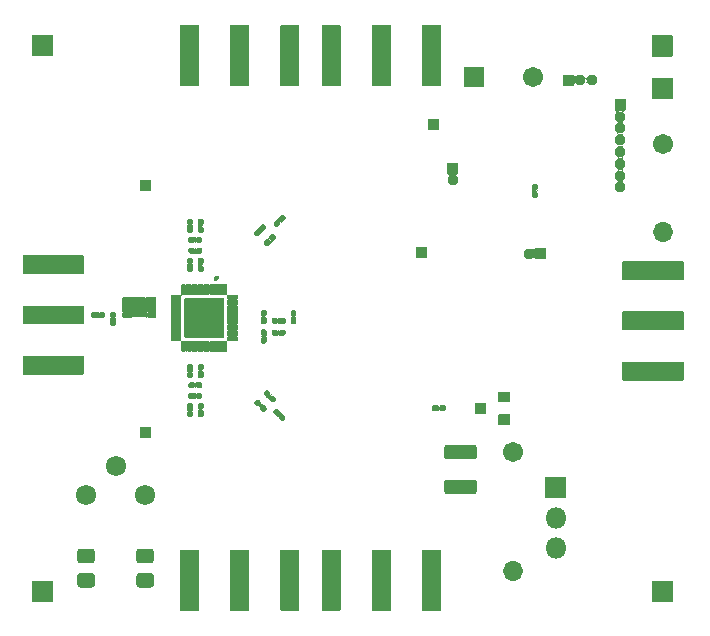
<source format=gbr>
G04 #@! TF.GenerationSoftware,KiCad,Pcbnew,(5.1.8)-1*
G04 #@! TF.CreationDate,2020-12-15T23:42:14+02:00*
G04 #@! TF.ProjectId,qam - demodulator,71616d20-2d20-4646-956d-6f64756c6174,rev?*
G04 #@! TF.SameCoordinates,Original*
G04 #@! TF.FileFunction,Soldermask,Top*
G04 #@! TF.FilePolarity,Negative*
%FSLAX46Y46*%
G04 Gerber Fmt 4.6, Leading zero omitted, Abs format (unit mm)*
G04 Created by KiCad (PCBNEW (5.1.8)-1) date 2020-12-15 23:42:14*
%MOMM*%
%LPD*%
G01*
G04 APERTURE LIST*
%ADD10C,1.702000*%
%ADD11O,1.702000X1.702000*%
%ADD12C,1.722000*%
%ADD13O,0.952000X0.952000*%
%ADD14O,1.802000X1.802000*%
%ADD15C,0.100000*%
G04 APERTURE END LIST*
G36*
G01*
X179524000Y-115106000D02*
X179524000Y-114256000D01*
G75*
G02*
X179575000Y-114205000I51000J0D01*
G01*
X180425000Y-114205000D01*
G75*
G02*
X180476000Y-114256000I0J-51000D01*
G01*
X180476000Y-115106000D01*
G75*
G02*
X180425000Y-115157000I-51000J0D01*
G01*
X179575000Y-115157000D01*
G75*
G02*
X179524000Y-115106000I0J51000D01*
G01*
G37*
G36*
G01*
X203934000Y-89025000D02*
X203934000Y-88175000D01*
G75*
G02*
X203985000Y-88124000I51000J0D01*
G01*
X204835000Y-88124000D01*
G75*
G02*
X204886000Y-88175000I0J-51000D01*
G01*
X204886000Y-89025000D01*
G75*
G02*
X204835000Y-89076000I-51000J0D01*
G01*
X203985000Y-89076000D01*
G75*
G02*
X203934000Y-89025000I0J51000D01*
G01*
G37*
G36*
G01*
X170422000Y-128993000D02*
X170422000Y-127293000D01*
G75*
G02*
X170473000Y-127242000I51000J0D01*
G01*
X172173000Y-127242000D01*
G75*
G02*
X172224000Y-127293000I0J-51000D01*
G01*
X172224000Y-128993000D01*
G75*
G02*
X172173000Y-129044000I-51000J0D01*
G01*
X170473000Y-129044000D01*
G75*
G02*
X170422000Y-128993000I0J51000D01*
G01*
G37*
G36*
G01*
X170422000Y-82765000D02*
X170422000Y-81065000D01*
G75*
G02*
X170473000Y-81014000I51000J0D01*
G01*
X172173000Y-81014000D01*
G75*
G02*
X172224000Y-81065000I0J-51000D01*
G01*
X172224000Y-82765000D01*
G75*
G02*
X172173000Y-82816000I-51000J0D01*
G01*
X170473000Y-82816000D01*
G75*
G02*
X170422000Y-82765000I0J51000D01*
G01*
G37*
G36*
G01*
X222873000Y-128993000D02*
X222873000Y-127293000D01*
G75*
G02*
X222924000Y-127242000I51000J0D01*
G01*
X224624000Y-127242000D01*
G75*
G02*
X224675000Y-127293000I0J-51000D01*
G01*
X224675000Y-128993000D01*
G75*
G02*
X224624000Y-129044000I-51000J0D01*
G01*
X222924000Y-129044000D01*
G75*
G02*
X222873000Y-128993000I0J51000D01*
G01*
G37*
G36*
G01*
X212864500Y-93649000D02*
X213115500Y-93649000D01*
G75*
G02*
X213241000Y-93774500I0J-125500D01*
G01*
X213241000Y-94085500D01*
G75*
G02*
X213115500Y-94211000I-125500J0D01*
G01*
X212864500Y-94211000D01*
G75*
G02*
X212739000Y-94085500I0J125500D01*
G01*
X212739000Y-93774500D01*
G75*
G02*
X212864500Y-93649000I125500J0D01*
G01*
G37*
G36*
G01*
X212864500Y-94289000D02*
X213115500Y-94289000D01*
G75*
G02*
X213241000Y-94414500I0J-125500D01*
G01*
X213241000Y-94725500D01*
G75*
G02*
X213115500Y-94851000I-125500J0D01*
G01*
X212864500Y-94851000D01*
G75*
G02*
X212739000Y-94725500I0J125500D01*
G01*
X212739000Y-94414500D01*
G75*
G02*
X212864500Y-94289000I125500J0D01*
G01*
G37*
G36*
G01*
X207009000Y-85390000D02*
X207009000Y-83790000D01*
G75*
G02*
X207060000Y-83739000I51000J0D01*
G01*
X208660000Y-83739000D01*
G75*
G02*
X208711000Y-83790000I0J-51000D01*
G01*
X208711000Y-85390000D01*
G75*
G02*
X208660000Y-85441000I-51000J0D01*
G01*
X207060000Y-85441000D01*
G75*
G02*
X207009000Y-85390000I0J51000D01*
G01*
G37*
D10*
X212860000Y-84590000D03*
X211110000Y-116380000D03*
D11*
X211110000Y-126380000D03*
G36*
G01*
X225540000Y-110301000D02*
X220460000Y-110301000D01*
G75*
G02*
X220409000Y-110250000I0J51000D01*
G01*
X220409000Y-108750000D01*
G75*
G02*
X220460000Y-108699000I51000J0D01*
G01*
X225540000Y-108699000D01*
G75*
G02*
X225591000Y-108750000I0J-51000D01*
G01*
X225591000Y-110250000D01*
G75*
G02*
X225540000Y-110301000I-51000J0D01*
G01*
G37*
G36*
G01*
X225540000Y-101801000D02*
X220460000Y-101801000D01*
G75*
G02*
X220409000Y-101750000I0J51000D01*
G01*
X220409000Y-100250000D01*
G75*
G02*
X220460000Y-100199000I51000J0D01*
G01*
X225540000Y-100199000D01*
G75*
G02*
X225591000Y-100250000I0J-51000D01*
G01*
X225591000Y-101750000D01*
G75*
G02*
X225540000Y-101801000I-51000J0D01*
G01*
G37*
G36*
G01*
X225540000Y-106051000D02*
X220460000Y-106051000D01*
G75*
G02*
X220409000Y-106000000I0J51000D01*
G01*
X220409000Y-104500000D01*
G75*
G02*
X220460000Y-104449000I51000J0D01*
G01*
X225540000Y-104449000D01*
G75*
G02*
X225591000Y-104500000I0J-51000D01*
G01*
X225591000Y-106000000D01*
G75*
G02*
X225540000Y-106051000I-51000J0D01*
G01*
G37*
G36*
G01*
X222873000Y-82820000D02*
X222873000Y-81120000D01*
G75*
G02*
X222924000Y-81069000I51000J0D01*
G01*
X224624000Y-81069000D01*
G75*
G02*
X224675000Y-81120000I0J-51000D01*
G01*
X224675000Y-82820000D01*
G75*
G02*
X224624000Y-82871000I-51000J0D01*
G01*
X222924000Y-82871000D01*
G75*
G02*
X222873000Y-82820000I0J51000D01*
G01*
G37*
G36*
G01*
X222873000Y-86448000D02*
X222873000Y-84748000D01*
G75*
G02*
X222924000Y-84697000I51000J0D01*
G01*
X224624000Y-84697000D01*
G75*
G02*
X224675000Y-84748000I0J-51000D01*
G01*
X224675000Y-86448000D01*
G75*
G02*
X224624000Y-86499000I-51000J0D01*
G01*
X222924000Y-86499000D01*
G75*
G02*
X222873000Y-86448000I0J51000D01*
G01*
G37*
G36*
G01*
X175478828Y-125781000D02*
X174521172Y-125781000D01*
G75*
G02*
X174249000Y-125508828I0J272172D01*
G01*
X174249000Y-124801172D01*
G75*
G02*
X174521172Y-124529000I272172J0D01*
G01*
X175478828Y-124529000D01*
G75*
G02*
X175751000Y-124801172I0J-272172D01*
G01*
X175751000Y-125508828D01*
G75*
G02*
X175478828Y-125781000I-272172J0D01*
G01*
G37*
G36*
G01*
X175478828Y-127831000D02*
X174521172Y-127831000D01*
G75*
G02*
X174249000Y-127558828I0J272172D01*
G01*
X174249000Y-126851172D01*
G75*
G02*
X174521172Y-126579000I272172J0D01*
G01*
X175478828Y-126579000D01*
G75*
G02*
X175751000Y-126851172I0J-272172D01*
G01*
X175751000Y-127558828D01*
G75*
G02*
X175478828Y-127831000I-272172J0D01*
G01*
G37*
G36*
G01*
X179521172Y-126579000D02*
X180478828Y-126579000D01*
G75*
G02*
X180751000Y-126851172I0J-272172D01*
G01*
X180751000Y-127558828D01*
G75*
G02*
X180478828Y-127831000I-272172J0D01*
G01*
X179521172Y-127831000D01*
G75*
G02*
X179249000Y-127558828I0J272172D01*
G01*
X179249000Y-126851172D01*
G75*
G02*
X179521172Y-126579000I272172J0D01*
G01*
G37*
G36*
G01*
X179521172Y-124529000D02*
X180478828Y-124529000D01*
G75*
G02*
X180751000Y-124801172I0J-272172D01*
G01*
X180751000Y-125508828D01*
G75*
G02*
X180478828Y-125781000I-272172J0D01*
G01*
X179521172Y-125781000D01*
G75*
G02*
X179249000Y-125508828I0J272172D01*
G01*
X179249000Y-124801172D01*
G75*
G02*
X179521172Y-124529000I272172J0D01*
G01*
G37*
D12*
X180000000Y-120000000D03*
X177500000Y-117500000D03*
X175000000Y-120000000D03*
G36*
G01*
X178074000Y-103625000D02*
X178074000Y-103275000D01*
G75*
G02*
X178125000Y-103224000I51000J0D01*
G01*
X178775000Y-103224000D01*
G75*
G02*
X178826000Y-103275000I0J-51000D01*
G01*
X178826000Y-103625000D01*
G75*
G02*
X178775000Y-103676000I-51000J0D01*
G01*
X178125000Y-103676000D01*
G75*
G02*
X178074000Y-103625000I0J51000D01*
G01*
G37*
G36*
G01*
X178074000Y-104275000D02*
X178074000Y-103925000D01*
G75*
G02*
X178125000Y-103874000I51000J0D01*
G01*
X178775000Y-103874000D01*
G75*
G02*
X178826000Y-103925000I0J-51000D01*
G01*
X178826000Y-104275000D01*
G75*
G02*
X178775000Y-104326000I-51000J0D01*
G01*
X178125000Y-104326000D01*
G75*
G02*
X178074000Y-104275000I0J51000D01*
G01*
G37*
G36*
G01*
X178074000Y-104925000D02*
X178074000Y-104575000D01*
G75*
G02*
X178125000Y-104524000I51000J0D01*
G01*
X178775000Y-104524000D01*
G75*
G02*
X178826000Y-104575000I0J-51000D01*
G01*
X178826000Y-104925000D01*
G75*
G02*
X178775000Y-104976000I-51000J0D01*
G01*
X178125000Y-104976000D01*
G75*
G02*
X178074000Y-104925000I0J51000D01*
G01*
G37*
G36*
G01*
X180174000Y-104925000D02*
X180174000Y-104575000D01*
G75*
G02*
X180225000Y-104524000I51000J0D01*
G01*
X180875000Y-104524000D01*
G75*
G02*
X180926000Y-104575000I0J-51000D01*
G01*
X180926000Y-104925000D01*
G75*
G02*
X180875000Y-104976000I-51000J0D01*
G01*
X180225000Y-104976000D01*
G75*
G02*
X180174000Y-104925000I0J51000D01*
G01*
G37*
G36*
G01*
X180174000Y-104275000D02*
X180174000Y-103925000D01*
G75*
G02*
X180225000Y-103874000I51000J0D01*
G01*
X180875000Y-103874000D01*
G75*
G02*
X180926000Y-103925000I0J-51000D01*
G01*
X180926000Y-104275000D01*
G75*
G02*
X180875000Y-104326000I-51000J0D01*
G01*
X180225000Y-104326000D01*
G75*
G02*
X180174000Y-104275000I0J51000D01*
G01*
G37*
G36*
G01*
X180174000Y-103625000D02*
X180174000Y-103275000D01*
G75*
G02*
X180225000Y-103224000I51000J0D01*
G01*
X180875000Y-103224000D01*
G75*
G02*
X180926000Y-103275000I0J-51000D01*
G01*
X180926000Y-103625000D01*
G75*
G02*
X180875000Y-103676000I-51000J0D01*
G01*
X180225000Y-103676000D01*
G75*
G02*
X180174000Y-103625000I0J51000D01*
G01*
G37*
G36*
G01*
X178949000Y-104900000D02*
X178949000Y-103300000D01*
G75*
G02*
X179000000Y-103249000I51000J0D01*
G01*
X180000000Y-103249000D01*
G75*
G02*
X180051000Y-103300000I0J-51000D01*
G01*
X180051000Y-104900000D01*
G75*
G02*
X180000000Y-104951000I-51000J0D01*
G01*
X179000000Y-104951000D01*
G75*
G02*
X178949000Y-104900000I0J51000D01*
G01*
G37*
G36*
G01*
X182149000Y-103400000D02*
X182149000Y-103100000D01*
G75*
G02*
X182200000Y-103049000I51000J0D01*
G01*
X183000000Y-103049000D01*
G75*
G02*
X183051000Y-103100000I0J-51000D01*
G01*
X183051000Y-103400000D01*
G75*
G02*
X183000000Y-103451000I-51000J0D01*
G01*
X182200000Y-103451000D01*
G75*
G02*
X182149000Y-103400000I0J51000D01*
G01*
G37*
G36*
G01*
X182149000Y-103900000D02*
X182149000Y-103600000D01*
G75*
G02*
X182200000Y-103549000I51000J0D01*
G01*
X183000000Y-103549000D01*
G75*
G02*
X183051000Y-103600000I0J-51000D01*
G01*
X183051000Y-103900000D01*
G75*
G02*
X183000000Y-103951000I-51000J0D01*
G01*
X182200000Y-103951000D01*
G75*
G02*
X182149000Y-103900000I0J51000D01*
G01*
G37*
G36*
G01*
X182149000Y-104400000D02*
X182149000Y-104100000D01*
G75*
G02*
X182200000Y-104049000I51000J0D01*
G01*
X183000000Y-104049000D01*
G75*
G02*
X183051000Y-104100000I0J-51000D01*
G01*
X183051000Y-104400000D01*
G75*
G02*
X183000000Y-104451000I-51000J0D01*
G01*
X182200000Y-104451000D01*
G75*
G02*
X182149000Y-104400000I0J51000D01*
G01*
G37*
G36*
G01*
X182149000Y-104900000D02*
X182149000Y-104600000D01*
G75*
G02*
X182200000Y-104549000I51000J0D01*
G01*
X183000000Y-104549000D01*
G75*
G02*
X183051000Y-104600000I0J-51000D01*
G01*
X183051000Y-104900000D01*
G75*
G02*
X183000000Y-104951000I-51000J0D01*
G01*
X182200000Y-104951000D01*
G75*
G02*
X182149000Y-104900000I0J51000D01*
G01*
G37*
G36*
G01*
X182149000Y-105400000D02*
X182149000Y-105100000D01*
G75*
G02*
X182200000Y-105049000I51000J0D01*
G01*
X183000000Y-105049000D01*
G75*
G02*
X183051000Y-105100000I0J-51000D01*
G01*
X183051000Y-105400000D01*
G75*
G02*
X183000000Y-105451000I-51000J0D01*
G01*
X182200000Y-105451000D01*
G75*
G02*
X182149000Y-105400000I0J51000D01*
G01*
G37*
G36*
G01*
X182149000Y-105900000D02*
X182149000Y-105600000D01*
G75*
G02*
X182200000Y-105549000I51000J0D01*
G01*
X183000000Y-105549000D01*
G75*
G02*
X183051000Y-105600000I0J-51000D01*
G01*
X183051000Y-105900000D01*
G75*
G02*
X183000000Y-105951000I-51000J0D01*
G01*
X182200000Y-105951000D01*
G75*
G02*
X182149000Y-105900000I0J51000D01*
G01*
G37*
G36*
G01*
X182149000Y-106400000D02*
X182149000Y-106100000D01*
G75*
G02*
X182200000Y-106049000I51000J0D01*
G01*
X183000000Y-106049000D01*
G75*
G02*
X183051000Y-106100000I0J-51000D01*
G01*
X183051000Y-106400000D01*
G75*
G02*
X183000000Y-106451000I-51000J0D01*
G01*
X182200000Y-106451000D01*
G75*
G02*
X182149000Y-106400000I0J51000D01*
G01*
G37*
G36*
G01*
X182149000Y-106900000D02*
X182149000Y-106600000D01*
G75*
G02*
X182200000Y-106549000I51000J0D01*
G01*
X183000000Y-106549000D01*
G75*
G02*
X183051000Y-106600000I0J-51000D01*
G01*
X183051000Y-106900000D01*
G75*
G02*
X183000000Y-106951000I-51000J0D01*
G01*
X182200000Y-106951000D01*
G75*
G02*
X182149000Y-106900000I0J51000D01*
G01*
G37*
G36*
G01*
X183400000Y-107851000D02*
X183100000Y-107851000D01*
G75*
G02*
X183049000Y-107800000I0J51000D01*
G01*
X183049000Y-107000000D01*
G75*
G02*
X183100000Y-106949000I51000J0D01*
G01*
X183400000Y-106949000D01*
G75*
G02*
X183451000Y-107000000I0J-51000D01*
G01*
X183451000Y-107800000D01*
G75*
G02*
X183400000Y-107851000I-51000J0D01*
G01*
G37*
G36*
G01*
X183900000Y-107851000D02*
X183600000Y-107851000D01*
G75*
G02*
X183549000Y-107800000I0J51000D01*
G01*
X183549000Y-107000000D01*
G75*
G02*
X183600000Y-106949000I51000J0D01*
G01*
X183900000Y-106949000D01*
G75*
G02*
X183951000Y-107000000I0J-51000D01*
G01*
X183951000Y-107800000D01*
G75*
G02*
X183900000Y-107851000I-51000J0D01*
G01*
G37*
G36*
G01*
X184400000Y-107851000D02*
X184100000Y-107851000D01*
G75*
G02*
X184049000Y-107800000I0J51000D01*
G01*
X184049000Y-107000000D01*
G75*
G02*
X184100000Y-106949000I51000J0D01*
G01*
X184400000Y-106949000D01*
G75*
G02*
X184451000Y-107000000I0J-51000D01*
G01*
X184451000Y-107800000D01*
G75*
G02*
X184400000Y-107851000I-51000J0D01*
G01*
G37*
G36*
G01*
X184900000Y-107851000D02*
X184600000Y-107851000D01*
G75*
G02*
X184549000Y-107800000I0J51000D01*
G01*
X184549000Y-107000000D01*
G75*
G02*
X184600000Y-106949000I51000J0D01*
G01*
X184900000Y-106949000D01*
G75*
G02*
X184951000Y-107000000I0J-51000D01*
G01*
X184951000Y-107800000D01*
G75*
G02*
X184900000Y-107851000I-51000J0D01*
G01*
G37*
G36*
G01*
X185400000Y-107851000D02*
X185100000Y-107851000D01*
G75*
G02*
X185049000Y-107800000I0J51000D01*
G01*
X185049000Y-107000000D01*
G75*
G02*
X185100000Y-106949000I51000J0D01*
G01*
X185400000Y-106949000D01*
G75*
G02*
X185451000Y-107000000I0J-51000D01*
G01*
X185451000Y-107800000D01*
G75*
G02*
X185400000Y-107851000I-51000J0D01*
G01*
G37*
G36*
G01*
X185900000Y-107851000D02*
X185600000Y-107851000D01*
G75*
G02*
X185549000Y-107800000I0J51000D01*
G01*
X185549000Y-107000000D01*
G75*
G02*
X185600000Y-106949000I51000J0D01*
G01*
X185900000Y-106949000D01*
G75*
G02*
X185951000Y-107000000I0J-51000D01*
G01*
X185951000Y-107800000D01*
G75*
G02*
X185900000Y-107851000I-51000J0D01*
G01*
G37*
G36*
G01*
X186400000Y-107851000D02*
X186100000Y-107851000D01*
G75*
G02*
X186049000Y-107800000I0J51000D01*
G01*
X186049000Y-107000000D01*
G75*
G02*
X186100000Y-106949000I51000J0D01*
G01*
X186400000Y-106949000D01*
G75*
G02*
X186451000Y-107000000I0J-51000D01*
G01*
X186451000Y-107800000D01*
G75*
G02*
X186400000Y-107851000I-51000J0D01*
G01*
G37*
G36*
G01*
X186900000Y-107851000D02*
X186600000Y-107851000D01*
G75*
G02*
X186549000Y-107800000I0J51000D01*
G01*
X186549000Y-107000000D01*
G75*
G02*
X186600000Y-106949000I51000J0D01*
G01*
X186900000Y-106949000D01*
G75*
G02*
X186951000Y-107000000I0J-51000D01*
G01*
X186951000Y-107800000D01*
G75*
G02*
X186900000Y-107851000I-51000J0D01*
G01*
G37*
G36*
G01*
X186949000Y-106900000D02*
X186949000Y-106600000D01*
G75*
G02*
X187000000Y-106549000I51000J0D01*
G01*
X187800000Y-106549000D01*
G75*
G02*
X187851000Y-106600000I0J-51000D01*
G01*
X187851000Y-106900000D01*
G75*
G02*
X187800000Y-106951000I-51000J0D01*
G01*
X187000000Y-106951000D01*
G75*
G02*
X186949000Y-106900000I0J51000D01*
G01*
G37*
G36*
G01*
X186949000Y-106400000D02*
X186949000Y-106100000D01*
G75*
G02*
X187000000Y-106049000I51000J0D01*
G01*
X187800000Y-106049000D01*
G75*
G02*
X187851000Y-106100000I0J-51000D01*
G01*
X187851000Y-106400000D01*
G75*
G02*
X187800000Y-106451000I-51000J0D01*
G01*
X187000000Y-106451000D01*
G75*
G02*
X186949000Y-106400000I0J51000D01*
G01*
G37*
G36*
G01*
X186949000Y-105900000D02*
X186949000Y-105600000D01*
G75*
G02*
X187000000Y-105549000I51000J0D01*
G01*
X187800000Y-105549000D01*
G75*
G02*
X187851000Y-105600000I0J-51000D01*
G01*
X187851000Y-105900000D01*
G75*
G02*
X187800000Y-105951000I-51000J0D01*
G01*
X187000000Y-105951000D01*
G75*
G02*
X186949000Y-105900000I0J51000D01*
G01*
G37*
G36*
G01*
X186949000Y-105400000D02*
X186949000Y-105100000D01*
G75*
G02*
X187000000Y-105049000I51000J0D01*
G01*
X187800000Y-105049000D01*
G75*
G02*
X187851000Y-105100000I0J-51000D01*
G01*
X187851000Y-105400000D01*
G75*
G02*
X187800000Y-105451000I-51000J0D01*
G01*
X187000000Y-105451000D01*
G75*
G02*
X186949000Y-105400000I0J51000D01*
G01*
G37*
G36*
G01*
X186949000Y-104900000D02*
X186949000Y-104600000D01*
G75*
G02*
X187000000Y-104549000I51000J0D01*
G01*
X187800000Y-104549000D01*
G75*
G02*
X187851000Y-104600000I0J-51000D01*
G01*
X187851000Y-104900000D01*
G75*
G02*
X187800000Y-104951000I-51000J0D01*
G01*
X187000000Y-104951000D01*
G75*
G02*
X186949000Y-104900000I0J51000D01*
G01*
G37*
G36*
G01*
X186949000Y-104400000D02*
X186949000Y-104100000D01*
G75*
G02*
X187000000Y-104049000I51000J0D01*
G01*
X187800000Y-104049000D01*
G75*
G02*
X187851000Y-104100000I0J-51000D01*
G01*
X187851000Y-104400000D01*
G75*
G02*
X187800000Y-104451000I-51000J0D01*
G01*
X187000000Y-104451000D01*
G75*
G02*
X186949000Y-104400000I0J51000D01*
G01*
G37*
G36*
G01*
X186949000Y-103900000D02*
X186949000Y-103600000D01*
G75*
G02*
X187000000Y-103549000I51000J0D01*
G01*
X187800000Y-103549000D01*
G75*
G02*
X187851000Y-103600000I0J-51000D01*
G01*
X187851000Y-103900000D01*
G75*
G02*
X187800000Y-103951000I-51000J0D01*
G01*
X187000000Y-103951000D01*
G75*
G02*
X186949000Y-103900000I0J51000D01*
G01*
G37*
G36*
G01*
X186949000Y-103400000D02*
X186949000Y-103100000D01*
G75*
G02*
X187000000Y-103049000I51000J0D01*
G01*
X187800000Y-103049000D01*
G75*
G02*
X187851000Y-103100000I0J-51000D01*
G01*
X187851000Y-103400000D01*
G75*
G02*
X187800000Y-103451000I-51000J0D01*
G01*
X187000000Y-103451000D01*
G75*
G02*
X186949000Y-103400000I0J51000D01*
G01*
G37*
G36*
G01*
X186900000Y-103051000D02*
X186600000Y-103051000D01*
G75*
G02*
X186549000Y-103000000I0J51000D01*
G01*
X186549000Y-102200000D01*
G75*
G02*
X186600000Y-102149000I51000J0D01*
G01*
X186900000Y-102149000D01*
G75*
G02*
X186951000Y-102200000I0J-51000D01*
G01*
X186951000Y-103000000D01*
G75*
G02*
X186900000Y-103051000I-51000J0D01*
G01*
G37*
G36*
G01*
X186400000Y-103051000D02*
X186100000Y-103051000D01*
G75*
G02*
X186049000Y-103000000I0J51000D01*
G01*
X186049000Y-102200000D01*
G75*
G02*
X186100000Y-102149000I51000J0D01*
G01*
X186400000Y-102149000D01*
G75*
G02*
X186451000Y-102200000I0J-51000D01*
G01*
X186451000Y-103000000D01*
G75*
G02*
X186400000Y-103051000I-51000J0D01*
G01*
G37*
G36*
G01*
X185900000Y-103051000D02*
X185600000Y-103051000D01*
G75*
G02*
X185549000Y-103000000I0J51000D01*
G01*
X185549000Y-102200000D01*
G75*
G02*
X185600000Y-102149000I51000J0D01*
G01*
X185900000Y-102149000D01*
G75*
G02*
X185951000Y-102200000I0J-51000D01*
G01*
X185951000Y-103000000D01*
G75*
G02*
X185900000Y-103051000I-51000J0D01*
G01*
G37*
G36*
G01*
X185400000Y-103051000D02*
X185100000Y-103051000D01*
G75*
G02*
X185049000Y-103000000I0J51000D01*
G01*
X185049000Y-102200000D01*
G75*
G02*
X185100000Y-102149000I51000J0D01*
G01*
X185400000Y-102149000D01*
G75*
G02*
X185451000Y-102200000I0J-51000D01*
G01*
X185451000Y-103000000D01*
G75*
G02*
X185400000Y-103051000I-51000J0D01*
G01*
G37*
G36*
G01*
X184900000Y-103051000D02*
X184600000Y-103051000D01*
G75*
G02*
X184549000Y-103000000I0J51000D01*
G01*
X184549000Y-102200000D01*
G75*
G02*
X184600000Y-102149000I51000J0D01*
G01*
X184900000Y-102149000D01*
G75*
G02*
X184951000Y-102200000I0J-51000D01*
G01*
X184951000Y-103000000D01*
G75*
G02*
X184900000Y-103051000I-51000J0D01*
G01*
G37*
G36*
G01*
X184400000Y-103051000D02*
X184100000Y-103051000D01*
G75*
G02*
X184049000Y-103000000I0J51000D01*
G01*
X184049000Y-102200000D01*
G75*
G02*
X184100000Y-102149000I51000J0D01*
G01*
X184400000Y-102149000D01*
G75*
G02*
X184451000Y-102200000I0J-51000D01*
G01*
X184451000Y-103000000D01*
G75*
G02*
X184400000Y-103051000I-51000J0D01*
G01*
G37*
G36*
G01*
X183900000Y-103051000D02*
X183600000Y-103051000D01*
G75*
G02*
X183549000Y-103000000I0J51000D01*
G01*
X183549000Y-102200000D01*
G75*
G02*
X183600000Y-102149000I51000J0D01*
G01*
X183900000Y-102149000D01*
G75*
G02*
X183951000Y-102200000I0J-51000D01*
G01*
X183951000Y-103000000D01*
G75*
G02*
X183900000Y-103051000I-51000J0D01*
G01*
G37*
G36*
G01*
X183400000Y-103051000D02*
X183100000Y-103051000D01*
G75*
G02*
X183049000Y-103000000I0J51000D01*
G01*
X183049000Y-102200000D01*
G75*
G02*
X183100000Y-102149000I51000J0D01*
G01*
X183400000Y-102149000D01*
G75*
G02*
X183451000Y-102200000I0J-51000D01*
G01*
X183451000Y-103000000D01*
G75*
G02*
X183400000Y-103051000I-51000J0D01*
G01*
G37*
G36*
G01*
X183324000Y-106625000D02*
X183324000Y-103375000D01*
G75*
G02*
X183375000Y-103324000I51000J0D01*
G01*
X186625000Y-103324000D01*
G75*
G02*
X186676000Y-103375000I0J-51000D01*
G01*
X186676000Y-106625000D01*
G75*
G02*
X186625000Y-106676000I-51000J0D01*
G01*
X183375000Y-106676000D01*
G75*
G02*
X183324000Y-106625000I0J51000D01*
G01*
G37*
D10*
X223860000Y-90230000D03*
D11*
X223860000Y-97730000D03*
G36*
G01*
X193051000Y-80260000D02*
X193051000Y-85340000D01*
G75*
G02*
X193000000Y-85391000I-51000J0D01*
G01*
X191500000Y-85391000D01*
G75*
G02*
X191449000Y-85340000I0J51000D01*
G01*
X191449000Y-80260000D01*
G75*
G02*
X191500000Y-80209000I51000J0D01*
G01*
X193000000Y-80209000D01*
G75*
G02*
X193051000Y-80260000I0J-51000D01*
G01*
G37*
G36*
G01*
X184551000Y-80260000D02*
X184551000Y-85340000D01*
G75*
G02*
X184500000Y-85391000I-51000J0D01*
G01*
X183000000Y-85391000D01*
G75*
G02*
X182949000Y-85340000I0J51000D01*
G01*
X182949000Y-80260000D01*
G75*
G02*
X183000000Y-80209000I51000J0D01*
G01*
X184500000Y-80209000D01*
G75*
G02*
X184551000Y-80260000I0J-51000D01*
G01*
G37*
G36*
G01*
X188801000Y-80260000D02*
X188801000Y-85340000D01*
G75*
G02*
X188750000Y-85391000I-51000J0D01*
G01*
X187250000Y-85391000D01*
G75*
G02*
X187199000Y-85340000I0J51000D01*
G01*
X187199000Y-80260000D01*
G75*
G02*
X187250000Y-80209000I51000J0D01*
G01*
X188750000Y-80209000D01*
G75*
G02*
X188801000Y-80260000I0J-51000D01*
G01*
G37*
G36*
G01*
X187199000Y-129740000D02*
X187199000Y-124660000D01*
G75*
G02*
X187250000Y-124609000I51000J0D01*
G01*
X188750000Y-124609000D01*
G75*
G02*
X188801000Y-124660000I0J-51000D01*
G01*
X188801000Y-129740000D01*
G75*
G02*
X188750000Y-129791000I-51000J0D01*
G01*
X187250000Y-129791000D01*
G75*
G02*
X187199000Y-129740000I0J51000D01*
G01*
G37*
G36*
G01*
X191449000Y-129740000D02*
X191449000Y-124660000D01*
G75*
G02*
X191500000Y-124609000I51000J0D01*
G01*
X193000000Y-124609000D01*
G75*
G02*
X193051000Y-124660000I0J-51000D01*
G01*
X193051000Y-129740000D01*
G75*
G02*
X193000000Y-129791000I-51000J0D01*
G01*
X191500000Y-129791000D01*
G75*
G02*
X191449000Y-129740000I0J51000D01*
G01*
G37*
G36*
G01*
X182949000Y-129740000D02*
X182949000Y-124660000D01*
G75*
G02*
X183000000Y-124609000I51000J0D01*
G01*
X184500000Y-124609000D01*
G75*
G02*
X184551000Y-124660000I0J-51000D01*
G01*
X184551000Y-129740000D01*
G75*
G02*
X184500000Y-129791000I-51000J0D01*
G01*
X183000000Y-129791000D01*
G75*
G02*
X182949000Y-129740000I0J51000D01*
G01*
G37*
G36*
G01*
X205051000Y-80260000D02*
X205051000Y-85340000D01*
G75*
G02*
X205000000Y-85391000I-51000J0D01*
G01*
X203500000Y-85391000D01*
G75*
G02*
X203449000Y-85340000I0J51000D01*
G01*
X203449000Y-80260000D01*
G75*
G02*
X203500000Y-80209000I51000J0D01*
G01*
X205000000Y-80209000D01*
G75*
G02*
X205051000Y-80260000I0J-51000D01*
G01*
G37*
G36*
G01*
X196551000Y-80260000D02*
X196551000Y-85340000D01*
G75*
G02*
X196500000Y-85391000I-51000J0D01*
G01*
X195000000Y-85391000D01*
G75*
G02*
X194949000Y-85340000I0J51000D01*
G01*
X194949000Y-80260000D01*
G75*
G02*
X195000000Y-80209000I51000J0D01*
G01*
X196500000Y-80209000D01*
G75*
G02*
X196551000Y-80260000I0J-51000D01*
G01*
G37*
G36*
G01*
X200801000Y-80260000D02*
X200801000Y-85340000D01*
G75*
G02*
X200750000Y-85391000I-51000J0D01*
G01*
X199250000Y-85391000D01*
G75*
G02*
X199199000Y-85340000I0J51000D01*
G01*
X199199000Y-80260000D01*
G75*
G02*
X199250000Y-80209000I51000J0D01*
G01*
X200750000Y-80209000D01*
G75*
G02*
X200801000Y-80260000I0J-51000D01*
G01*
G37*
G36*
G01*
X199199000Y-129740000D02*
X199199000Y-124660000D01*
G75*
G02*
X199250000Y-124609000I51000J0D01*
G01*
X200750000Y-124609000D01*
G75*
G02*
X200801000Y-124660000I0J-51000D01*
G01*
X200801000Y-129740000D01*
G75*
G02*
X200750000Y-129791000I-51000J0D01*
G01*
X199250000Y-129791000D01*
G75*
G02*
X199199000Y-129740000I0J51000D01*
G01*
G37*
G36*
G01*
X203449000Y-129740000D02*
X203449000Y-124660000D01*
G75*
G02*
X203500000Y-124609000I51000J0D01*
G01*
X205000000Y-124609000D01*
G75*
G02*
X205051000Y-124660000I0J-51000D01*
G01*
X205051000Y-129740000D01*
G75*
G02*
X205000000Y-129791000I-51000J0D01*
G01*
X203500000Y-129791000D01*
G75*
G02*
X203449000Y-129740000I0J51000D01*
G01*
G37*
G36*
G01*
X194949000Y-129740000D02*
X194949000Y-124660000D01*
G75*
G02*
X195000000Y-124609000I51000J0D01*
G01*
X196500000Y-124609000D01*
G75*
G02*
X196551000Y-124660000I0J-51000D01*
G01*
X196551000Y-129740000D01*
G75*
G02*
X196500000Y-129791000I-51000J0D01*
G01*
X195000000Y-129791000D01*
G75*
G02*
X194949000Y-129740000I0J51000D01*
G01*
G37*
G36*
G01*
X184825500Y-97161000D02*
X184574500Y-97161000D01*
G75*
G02*
X184449000Y-97035500I0J125500D01*
G01*
X184449000Y-96724500D01*
G75*
G02*
X184574500Y-96599000I125500J0D01*
G01*
X184825500Y-96599000D01*
G75*
G02*
X184951000Y-96724500I0J-125500D01*
G01*
X184951000Y-97035500D01*
G75*
G02*
X184825500Y-97161000I-125500J0D01*
G01*
G37*
G36*
G01*
X184825500Y-97801000D02*
X184574500Y-97801000D01*
G75*
G02*
X184449000Y-97675500I0J125500D01*
G01*
X184449000Y-97364500D01*
G75*
G02*
X184574500Y-97239000I125500J0D01*
G01*
X184825500Y-97239000D01*
G75*
G02*
X184951000Y-97364500I0J-125500D01*
G01*
X184951000Y-97675500D01*
G75*
G02*
X184825500Y-97801000I-125500J0D01*
G01*
G37*
G36*
G01*
X183925500Y-97801000D02*
X183674500Y-97801000D01*
G75*
G02*
X183549000Y-97675500I0J125500D01*
G01*
X183549000Y-97364500D01*
G75*
G02*
X183674500Y-97239000I125500J0D01*
G01*
X183925500Y-97239000D01*
G75*
G02*
X184051000Y-97364500I0J-125500D01*
G01*
X184051000Y-97675500D01*
G75*
G02*
X183925500Y-97801000I-125500J0D01*
G01*
G37*
G36*
G01*
X183925500Y-97161000D02*
X183674500Y-97161000D01*
G75*
G02*
X183549000Y-97035500I0J125500D01*
G01*
X183549000Y-96724500D01*
G75*
G02*
X183674500Y-96599000I125500J0D01*
G01*
X183925500Y-96599000D01*
G75*
G02*
X184051000Y-96724500I0J-125500D01*
G01*
X184051000Y-97035500D01*
G75*
G02*
X183925500Y-97161000I-125500J0D01*
G01*
G37*
G36*
G01*
X183674500Y-112839000D02*
X183925500Y-112839000D01*
G75*
G02*
X184051000Y-112964500I0J-125500D01*
G01*
X184051000Y-113275500D01*
G75*
G02*
X183925500Y-113401000I-125500J0D01*
G01*
X183674500Y-113401000D01*
G75*
G02*
X183549000Y-113275500I0J125500D01*
G01*
X183549000Y-112964500D01*
G75*
G02*
X183674500Y-112839000I125500J0D01*
G01*
G37*
G36*
G01*
X183674500Y-112199000D02*
X183925500Y-112199000D01*
G75*
G02*
X184051000Y-112324500I0J-125500D01*
G01*
X184051000Y-112635500D01*
G75*
G02*
X183925500Y-112761000I-125500J0D01*
G01*
X183674500Y-112761000D01*
G75*
G02*
X183549000Y-112635500I0J125500D01*
G01*
X183549000Y-112324500D01*
G75*
G02*
X183674500Y-112199000I125500J0D01*
G01*
G37*
G36*
G01*
X184574500Y-112199000D02*
X184825500Y-112199000D01*
G75*
G02*
X184951000Y-112324500I0J-125500D01*
G01*
X184951000Y-112635500D01*
G75*
G02*
X184825500Y-112761000I-125500J0D01*
G01*
X184574500Y-112761000D01*
G75*
G02*
X184449000Y-112635500I0J125500D01*
G01*
X184449000Y-112324500D01*
G75*
G02*
X184574500Y-112199000I125500J0D01*
G01*
G37*
G36*
G01*
X184574500Y-112839000D02*
X184825500Y-112839000D01*
G75*
G02*
X184951000Y-112964500I0J-125500D01*
G01*
X184951000Y-113275500D01*
G75*
G02*
X184825500Y-113401000I-125500J0D01*
G01*
X184574500Y-113401000D01*
G75*
G02*
X184449000Y-113275500I0J125500D01*
G01*
X184449000Y-112964500D01*
G75*
G02*
X184574500Y-112839000I125500J0D01*
G01*
G37*
G36*
G01*
X184825500Y-100461000D02*
X184574500Y-100461000D01*
G75*
G02*
X184449000Y-100335500I0J125500D01*
G01*
X184449000Y-100024500D01*
G75*
G02*
X184574500Y-99899000I125500J0D01*
G01*
X184825500Y-99899000D01*
G75*
G02*
X184951000Y-100024500I0J-125500D01*
G01*
X184951000Y-100335500D01*
G75*
G02*
X184825500Y-100461000I-125500J0D01*
G01*
G37*
G36*
G01*
X184825500Y-101101000D02*
X184574500Y-101101000D01*
G75*
G02*
X184449000Y-100975500I0J125500D01*
G01*
X184449000Y-100664500D01*
G75*
G02*
X184574500Y-100539000I125500J0D01*
G01*
X184825500Y-100539000D01*
G75*
G02*
X184951000Y-100664500I0J-125500D01*
G01*
X184951000Y-100975500D01*
G75*
G02*
X184825500Y-101101000I-125500J0D01*
G01*
G37*
G36*
G01*
X183925500Y-101101000D02*
X183674500Y-101101000D01*
G75*
G02*
X183549000Y-100975500I0J125500D01*
G01*
X183549000Y-100664500D01*
G75*
G02*
X183674500Y-100539000I125500J0D01*
G01*
X183925500Y-100539000D01*
G75*
G02*
X184051000Y-100664500I0J-125500D01*
G01*
X184051000Y-100975500D01*
G75*
G02*
X183925500Y-101101000I-125500J0D01*
G01*
G37*
G36*
G01*
X183925500Y-100461000D02*
X183674500Y-100461000D01*
G75*
G02*
X183549000Y-100335500I0J125500D01*
G01*
X183549000Y-100024500D01*
G75*
G02*
X183674500Y-99899000I125500J0D01*
G01*
X183925500Y-99899000D01*
G75*
G02*
X184051000Y-100024500I0J-125500D01*
G01*
X184051000Y-100335500D01*
G75*
G02*
X183925500Y-100461000I-125500J0D01*
G01*
G37*
G36*
G01*
X183674500Y-109539000D02*
X183925500Y-109539000D01*
G75*
G02*
X184051000Y-109664500I0J-125500D01*
G01*
X184051000Y-109975500D01*
G75*
G02*
X183925500Y-110101000I-125500J0D01*
G01*
X183674500Y-110101000D01*
G75*
G02*
X183549000Y-109975500I0J125500D01*
G01*
X183549000Y-109664500D01*
G75*
G02*
X183674500Y-109539000I125500J0D01*
G01*
G37*
G36*
G01*
X183674500Y-108899000D02*
X183925500Y-108899000D01*
G75*
G02*
X184051000Y-109024500I0J-125500D01*
G01*
X184051000Y-109335500D01*
G75*
G02*
X183925500Y-109461000I-125500J0D01*
G01*
X183674500Y-109461000D01*
G75*
G02*
X183549000Y-109335500I0J125500D01*
G01*
X183549000Y-109024500D01*
G75*
G02*
X183674500Y-108899000I125500J0D01*
G01*
G37*
G36*
G01*
X184574500Y-108899000D02*
X184825500Y-108899000D01*
G75*
G02*
X184951000Y-109024500I0J-125500D01*
G01*
X184951000Y-109335500D01*
G75*
G02*
X184825500Y-109461000I-125500J0D01*
G01*
X184574500Y-109461000D01*
G75*
G02*
X184449000Y-109335500I0J125500D01*
G01*
X184449000Y-109024500D01*
G75*
G02*
X184574500Y-108899000I125500J0D01*
G01*
G37*
G36*
G01*
X184574500Y-109539000D02*
X184825500Y-109539000D01*
G75*
G02*
X184951000Y-109664500I0J-125500D01*
G01*
X184951000Y-109975500D01*
G75*
G02*
X184825500Y-110101000I-125500J0D01*
G01*
X184574500Y-110101000D01*
G75*
G02*
X184449000Y-109975500I0J125500D01*
G01*
X184449000Y-109664500D01*
G75*
G02*
X184574500Y-109539000I125500J0D01*
G01*
G37*
G36*
G01*
X190155500Y-105531000D02*
X189904500Y-105531000D01*
G75*
G02*
X189779000Y-105405500I0J125500D01*
G01*
X189779000Y-105094500D01*
G75*
G02*
X189904500Y-104969000I125500J0D01*
G01*
X190155500Y-104969000D01*
G75*
G02*
X190281000Y-105094500I0J-125500D01*
G01*
X190281000Y-105405500D01*
G75*
G02*
X190155500Y-105531000I-125500J0D01*
G01*
G37*
G36*
G01*
X190155500Y-104891000D02*
X189904500Y-104891000D01*
G75*
G02*
X189779000Y-104765500I0J125500D01*
G01*
X189779000Y-104454500D01*
G75*
G02*
X189904500Y-104329000I125500J0D01*
G01*
X190155500Y-104329000D01*
G75*
G02*
X190281000Y-104454500I0J-125500D01*
G01*
X190281000Y-104765500D01*
G75*
G02*
X190155500Y-104891000I-125500J0D01*
G01*
G37*
G36*
G01*
X189904500Y-106609000D02*
X190155500Y-106609000D01*
G75*
G02*
X190281000Y-106734500I0J-125500D01*
G01*
X190281000Y-107045500D01*
G75*
G02*
X190155500Y-107171000I-125500J0D01*
G01*
X189904500Y-107171000D01*
G75*
G02*
X189779000Y-107045500I0J125500D01*
G01*
X189779000Y-106734500D01*
G75*
G02*
X189904500Y-106609000I125500J0D01*
G01*
G37*
G36*
G01*
X189904500Y-105969000D02*
X190155500Y-105969000D01*
G75*
G02*
X190281000Y-106094500I0J-125500D01*
G01*
X190281000Y-106405500D01*
G75*
G02*
X190155500Y-106531000I-125500J0D01*
G01*
X189904500Y-106531000D01*
G75*
G02*
X189779000Y-106405500I0J125500D01*
G01*
X189779000Y-106094500D01*
G75*
G02*
X189904500Y-105969000I125500J0D01*
G01*
G37*
G36*
G01*
X191901000Y-106124500D02*
X191901000Y-106375500D01*
G75*
G02*
X191775500Y-106501000I-125500J0D01*
G01*
X191464500Y-106501000D01*
G75*
G02*
X191339000Y-106375500I0J125500D01*
G01*
X191339000Y-106124500D01*
G75*
G02*
X191464500Y-105999000I125500J0D01*
G01*
X191775500Y-105999000D01*
G75*
G02*
X191901000Y-106124500I0J-125500D01*
G01*
G37*
G36*
G01*
X191261000Y-106124500D02*
X191261000Y-106375500D01*
G75*
G02*
X191135500Y-106501000I-125500J0D01*
G01*
X190824500Y-106501000D01*
G75*
G02*
X190699000Y-106375500I0J125500D01*
G01*
X190699000Y-106124500D01*
G75*
G02*
X190824500Y-105999000I125500J0D01*
G01*
X191135500Y-105999000D01*
G75*
G02*
X191261000Y-106124500I0J-125500D01*
G01*
G37*
G36*
G01*
X192685500Y-105531000D02*
X192434500Y-105531000D01*
G75*
G02*
X192309000Y-105405500I0J125500D01*
G01*
X192309000Y-105094500D01*
G75*
G02*
X192434500Y-104969000I125500J0D01*
G01*
X192685500Y-104969000D01*
G75*
G02*
X192811000Y-105094500I0J-125500D01*
G01*
X192811000Y-105405500D01*
G75*
G02*
X192685500Y-105531000I-125500J0D01*
G01*
G37*
G36*
G01*
X192685500Y-104891000D02*
X192434500Y-104891000D01*
G75*
G02*
X192309000Y-104765500I0J125500D01*
G01*
X192309000Y-104454500D01*
G75*
G02*
X192434500Y-104329000I125500J0D01*
G01*
X192685500Y-104329000D01*
G75*
G02*
X192811000Y-104454500I0J-125500D01*
G01*
X192811000Y-104765500D01*
G75*
G02*
X192685500Y-104891000I-125500J0D01*
G01*
G37*
G36*
G01*
X184211000Y-98274500D02*
X184211000Y-98525500D01*
G75*
G02*
X184085500Y-98651000I-125500J0D01*
G01*
X183774500Y-98651000D01*
G75*
G02*
X183649000Y-98525500I0J125500D01*
G01*
X183649000Y-98274500D01*
G75*
G02*
X183774500Y-98149000I125500J0D01*
G01*
X184085500Y-98149000D01*
G75*
G02*
X184211000Y-98274500I0J-125500D01*
G01*
G37*
G36*
G01*
X184851000Y-98274500D02*
X184851000Y-98525500D01*
G75*
G02*
X184725500Y-98651000I-125500J0D01*
G01*
X184414500Y-98651000D01*
G75*
G02*
X184289000Y-98525500I0J125500D01*
G01*
X184289000Y-98274500D01*
G75*
G02*
X184414500Y-98149000I125500J0D01*
G01*
X184725500Y-98149000D01*
G75*
G02*
X184851000Y-98274500I0J-125500D01*
G01*
G37*
G36*
G01*
X184289000Y-111725500D02*
X184289000Y-111474500D01*
G75*
G02*
X184414500Y-111349000I125500J0D01*
G01*
X184725500Y-111349000D01*
G75*
G02*
X184851000Y-111474500I0J-125500D01*
G01*
X184851000Y-111725500D01*
G75*
G02*
X184725500Y-111851000I-125500J0D01*
G01*
X184414500Y-111851000D01*
G75*
G02*
X184289000Y-111725500I0J125500D01*
G01*
G37*
G36*
G01*
X183649000Y-111725500D02*
X183649000Y-111474500D01*
G75*
G02*
X183774500Y-111349000I125500J0D01*
G01*
X184085500Y-111349000D01*
G75*
G02*
X184211000Y-111474500I0J-125500D01*
G01*
X184211000Y-111725500D01*
G75*
G02*
X184085500Y-111851000I-125500J0D01*
G01*
X183774500Y-111851000D01*
G75*
G02*
X183649000Y-111725500I0J125500D01*
G01*
G37*
G36*
G01*
X184851000Y-99174500D02*
X184851000Y-99425500D01*
G75*
G02*
X184725500Y-99551000I-125500J0D01*
G01*
X184414500Y-99551000D01*
G75*
G02*
X184289000Y-99425500I0J125500D01*
G01*
X184289000Y-99174500D01*
G75*
G02*
X184414500Y-99049000I125500J0D01*
G01*
X184725500Y-99049000D01*
G75*
G02*
X184851000Y-99174500I0J-125500D01*
G01*
G37*
G36*
G01*
X184211000Y-99174500D02*
X184211000Y-99425500D01*
G75*
G02*
X184085500Y-99551000I-125500J0D01*
G01*
X183774500Y-99551000D01*
G75*
G02*
X183649000Y-99425500I0J125500D01*
G01*
X183649000Y-99174500D01*
G75*
G02*
X183774500Y-99049000I125500J0D01*
G01*
X184085500Y-99049000D01*
G75*
G02*
X184211000Y-99174500I0J-125500D01*
G01*
G37*
G36*
G01*
X183649000Y-110825500D02*
X183649000Y-110574500D01*
G75*
G02*
X183774500Y-110449000I125500J0D01*
G01*
X184085500Y-110449000D01*
G75*
G02*
X184211000Y-110574500I0J-125500D01*
G01*
X184211000Y-110825500D01*
G75*
G02*
X184085500Y-110951000I-125500J0D01*
G01*
X183774500Y-110951000D01*
G75*
G02*
X183649000Y-110825500I0J125500D01*
G01*
G37*
G36*
G01*
X184289000Y-110825500D02*
X184289000Y-110574500D01*
G75*
G02*
X184414500Y-110449000I125500J0D01*
G01*
X184725500Y-110449000D01*
G75*
G02*
X184851000Y-110574500I0J-125500D01*
G01*
X184851000Y-110825500D01*
G75*
G02*
X184725500Y-110951000I-125500J0D01*
G01*
X184414500Y-110951000D01*
G75*
G02*
X184289000Y-110825500I0J125500D01*
G01*
G37*
G36*
G01*
X189824565Y-112304081D02*
X189647081Y-112481565D01*
G75*
G02*
X189469597Y-112481565I-88742J88742D01*
G01*
X189249687Y-112261655D01*
G75*
G02*
X189249687Y-112084171I88742J88742D01*
G01*
X189427171Y-111906687D01*
G75*
G02*
X189604655Y-111906687I88742J-88742D01*
G01*
X189824565Y-112126597D01*
G75*
G02*
X189824565Y-112304081I-88742J-88742D01*
G01*
G37*
G36*
G01*
X190277113Y-112756629D02*
X190099629Y-112934113D01*
G75*
G02*
X189922145Y-112934113I-88742J88742D01*
G01*
X189702235Y-112714203D01*
G75*
G02*
X189702235Y-112536719I88742J88742D01*
G01*
X189879719Y-112359235D01*
G75*
G02*
X190057203Y-112359235I88742J-88742D01*
G01*
X190277113Y-112579145D01*
G75*
G02*
X190277113Y-112756629I-88742J-88742D01*
G01*
G37*
G36*
G01*
X191424765Y-113091481D02*
X191247281Y-113268965D01*
G75*
G02*
X191069797Y-113268965I-88742J88742D01*
G01*
X190849887Y-113049055D01*
G75*
G02*
X190849887Y-112871571I88742J88742D01*
G01*
X191027371Y-112694087D01*
G75*
G02*
X191204855Y-112694087I88742J-88742D01*
G01*
X191424765Y-112913997D01*
G75*
G02*
X191424765Y-113091481I-88742J-88742D01*
G01*
G37*
G36*
G01*
X191877313Y-113544029D02*
X191699829Y-113721513D01*
G75*
G02*
X191522345Y-113721513I-88742J88742D01*
G01*
X191302435Y-113501603D01*
G75*
G02*
X191302435Y-113324119I88742J88742D01*
G01*
X191479919Y-113146635D01*
G75*
G02*
X191657403Y-113146635I88742J-88742D01*
G01*
X191877313Y-113366545D01*
G75*
G02*
X191877313Y-113544029I-88742J-88742D01*
G01*
G37*
G36*
G01*
X191064513Y-111969229D02*
X190887029Y-112146713D01*
G75*
G02*
X190709545Y-112146713I-88742J88742D01*
G01*
X190489635Y-111926803D01*
G75*
G02*
X190489635Y-111749319I88742J88742D01*
G01*
X190667119Y-111571835D01*
G75*
G02*
X190844603Y-111571835I88742J-88742D01*
G01*
X191064513Y-111791745D01*
G75*
G02*
X191064513Y-111969229I-88742J-88742D01*
G01*
G37*
G36*
G01*
X190611965Y-111516681D02*
X190434481Y-111694165D01*
G75*
G02*
X190256997Y-111694165I-88742J88742D01*
G01*
X190037087Y-111474255D01*
G75*
G02*
X190037087Y-111296771I88742J88742D01*
G01*
X190214571Y-111119287D01*
G75*
G02*
X190392055Y-111119287I88742J-88742D01*
G01*
X190611965Y-111339197D01*
G75*
G02*
X190611965Y-111516681I-88742J-88742D01*
G01*
G37*
G36*
G01*
X191261000Y-105124500D02*
X191261000Y-105375500D01*
G75*
G02*
X191135500Y-105501000I-125500J0D01*
G01*
X190824500Y-105501000D01*
G75*
G02*
X190699000Y-105375500I0J125500D01*
G01*
X190699000Y-105124500D01*
G75*
G02*
X190824500Y-104999000I125500J0D01*
G01*
X191135500Y-104999000D01*
G75*
G02*
X191261000Y-105124500I0J-125500D01*
G01*
G37*
G36*
G01*
X191901000Y-105124500D02*
X191901000Y-105375500D01*
G75*
G02*
X191775500Y-105501000I-125500J0D01*
G01*
X191464500Y-105501000D01*
G75*
G02*
X191339000Y-105375500I0J125500D01*
G01*
X191339000Y-105124500D01*
G75*
G02*
X191464500Y-104999000I125500J0D01*
G01*
X191775500Y-104999000D01*
G75*
G02*
X191901000Y-105124500I0J-125500D01*
G01*
G37*
G36*
G01*
X189621681Y-97500235D02*
X189799165Y-97677719D01*
G75*
G02*
X189799165Y-97855203I-88742J-88742D01*
G01*
X189579255Y-98075113D01*
G75*
G02*
X189401771Y-98075113I-88742J88742D01*
G01*
X189224287Y-97897629D01*
G75*
G02*
X189224287Y-97720145I88742J88742D01*
G01*
X189444197Y-97500235D01*
G75*
G02*
X189621681Y-97500235I88742J-88742D01*
G01*
G37*
G36*
G01*
X190074229Y-97047687D02*
X190251713Y-97225171D01*
G75*
G02*
X190251713Y-97402655I-88742J-88742D01*
G01*
X190031803Y-97622565D01*
G75*
G02*
X189854319Y-97622565I-88742J88742D01*
G01*
X189676835Y-97445081D01*
G75*
G02*
X189676835Y-97267597I88742J88742D01*
G01*
X189896745Y-97047687D01*
G75*
G02*
X190074229Y-97047687I88742J-88742D01*
G01*
G37*
G36*
G01*
X191272681Y-96712835D02*
X191450165Y-96890319D01*
G75*
G02*
X191450165Y-97067803I-88742J-88742D01*
G01*
X191230255Y-97287713D01*
G75*
G02*
X191052771Y-97287713I-88742J88742D01*
G01*
X190875287Y-97110229D01*
G75*
G02*
X190875287Y-96932745I88742J88742D01*
G01*
X191095197Y-96712835D01*
G75*
G02*
X191272681Y-96712835I88742J-88742D01*
G01*
G37*
G36*
G01*
X191725229Y-96260287D02*
X191902713Y-96437771D01*
G75*
G02*
X191902713Y-96615255I-88742J-88742D01*
G01*
X191682803Y-96835165D01*
G75*
G02*
X191505319Y-96835165I-88742J88742D01*
G01*
X191327835Y-96657681D01*
G75*
G02*
X191327835Y-96480197I88742J88742D01*
G01*
X191547745Y-96260287D01*
G75*
G02*
X191725229Y-96260287I88742J-88742D01*
G01*
G37*
G36*
G01*
X190912429Y-97885887D02*
X191089913Y-98063371D01*
G75*
G02*
X191089913Y-98240855I-88742J-88742D01*
G01*
X190870003Y-98460765D01*
G75*
G02*
X190692519Y-98460765I-88742J88742D01*
G01*
X190515035Y-98283281D01*
G75*
G02*
X190515035Y-98105797I88742J88742D01*
G01*
X190734945Y-97885887D01*
G75*
G02*
X190912429Y-97885887I88742J-88742D01*
G01*
G37*
G36*
G01*
X190459881Y-98338435D02*
X190637365Y-98515919D01*
G75*
G02*
X190637365Y-98693403I-88742J-88742D01*
G01*
X190417455Y-98913313D01*
G75*
G02*
X190239971Y-98913313I-88742J88742D01*
G01*
X190062487Y-98735829D01*
G75*
G02*
X190062487Y-98558345I88742J88742D01*
G01*
X190282397Y-98338435D01*
G75*
G02*
X190459881Y-98338435I88742J-88742D01*
G01*
G37*
G36*
G01*
X216255000Y-85346000D02*
X215405000Y-85346000D01*
G75*
G02*
X215354000Y-85295000I0J51000D01*
G01*
X215354000Y-84445000D01*
G75*
G02*
X215405000Y-84394000I51000J0D01*
G01*
X216255000Y-84394000D01*
G75*
G02*
X216306000Y-84445000I0J-51000D01*
G01*
X216306000Y-85295000D01*
G75*
G02*
X216255000Y-85346000I-51000J0D01*
G01*
G37*
D13*
X216830000Y-84870000D03*
X217830000Y-84870000D03*
G36*
G01*
X213045000Y-99064000D02*
X213895000Y-99064000D01*
G75*
G02*
X213946000Y-99115000I0J-51000D01*
G01*
X213946000Y-99965000D01*
G75*
G02*
X213895000Y-100016000I-51000J0D01*
G01*
X213045000Y-100016000D01*
G75*
G02*
X212994000Y-99965000I0J51000D01*
G01*
X212994000Y-99115000D01*
G75*
G02*
X213045000Y-99064000I51000J0D01*
G01*
G37*
X212470000Y-99540000D03*
G36*
G01*
X205554000Y-92755000D02*
X205554000Y-91905000D01*
G75*
G02*
X205605000Y-91854000I51000J0D01*
G01*
X206455000Y-91854000D01*
G75*
G02*
X206506000Y-91905000I0J-51000D01*
G01*
X206506000Y-92755000D01*
G75*
G02*
X206455000Y-92806000I-51000J0D01*
G01*
X205605000Y-92806000D01*
G75*
G02*
X205554000Y-92755000I0J51000D01*
G01*
G37*
X206030000Y-93330000D03*
G36*
G01*
X176611000Y-104624500D02*
X176611000Y-104875500D01*
G75*
G02*
X176485500Y-105001000I-125500J0D01*
G01*
X176174500Y-105001000D01*
G75*
G02*
X176049000Y-104875500I0J125500D01*
G01*
X176049000Y-104624500D01*
G75*
G02*
X176174500Y-104499000I125500J0D01*
G01*
X176485500Y-104499000D01*
G75*
G02*
X176611000Y-104624500I0J-125500D01*
G01*
G37*
G36*
G01*
X175971000Y-104624500D02*
X175971000Y-104875500D01*
G75*
G02*
X175845500Y-105001000I-125500J0D01*
G01*
X175534500Y-105001000D01*
G75*
G02*
X175409000Y-104875500I0J125500D01*
G01*
X175409000Y-104624500D01*
G75*
G02*
X175534500Y-104499000I125500J0D01*
G01*
X175845500Y-104499000D01*
G75*
G02*
X175971000Y-104624500I0J-125500D01*
G01*
G37*
G36*
G01*
X177154500Y-105109000D02*
X177405500Y-105109000D01*
G75*
G02*
X177531000Y-105234500I0J-125500D01*
G01*
X177531000Y-105545500D01*
G75*
G02*
X177405500Y-105671000I-125500J0D01*
G01*
X177154500Y-105671000D01*
G75*
G02*
X177029000Y-105545500I0J125500D01*
G01*
X177029000Y-105234500D01*
G75*
G02*
X177154500Y-105109000I125500J0D01*
G01*
G37*
G36*
G01*
X177154500Y-104469000D02*
X177405500Y-104469000D01*
G75*
G02*
X177531000Y-104594500I0J-125500D01*
G01*
X177531000Y-104905500D01*
G75*
G02*
X177405500Y-105031000I-125500J0D01*
G01*
X177154500Y-105031000D01*
G75*
G02*
X177029000Y-104905500I0J125500D01*
G01*
X177029000Y-104594500D01*
G75*
G02*
X177154500Y-104469000I125500J0D01*
G01*
G37*
G36*
G01*
X169670000Y-99699000D02*
X174750000Y-99699000D01*
G75*
G02*
X174801000Y-99750000I0J-51000D01*
G01*
X174801000Y-101250000D01*
G75*
G02*
X174750000Y-101301000I-51000J0D01*
G01*
X169670000Y-101301000D01*
G75*
G02*
X169619000Y-101250000I0J51000D01*
G01*
X169619000Y-99750000D01*
G75*
G02*
X169670000Y-99699000I51000J0D01*
G01*
G37*
G36*
G01*
X169670000Y-108199000D02*
X174750000Y-108199000D01*
G75*
G02*
X174801000Y-108250000I0J-51000D01*
G01*
X174801000Y-109750000D01*
G75*
G02*
X174750000Y-109801000I-51000J0D01*
G01*
X169670000Y-109801000D01*
G75*
G02*
X169619000Y-109750000I0J51000D01*
G01*
X169619000Y-108250000D01*
G75*
G02*
X169670000Y-108199000I51000J0D01*
G01*
G37*
G36*
G01*
X169670000Y-103949000D02*
X174750000Y-103949000D01*
G75*
G02*
X174801000Y-104000000I0J-51000D01*
G01*
X174801000Y-105500000D01*
G75*
G02*
X174750000Y-105551000I-51000J0D01*
G01*
X169670000Y-105551000D01*
G75*
G02*
X169619000Y-105500000I0J51000D01*
G01*
X169619000Y-104000000D01*
G75*
G02*
X169670000Y-103949000I51000J0D01*
G01*
G37*
G36*
G01*
X205571172Y-115729000D02*
X207828828Y-115729000D01*
G75*
G02*
X208101000Y-116001172I0J-272172D01*
G01*
X208101000Y-116708828D01*
G75*
G02*
X207828828Y-116981000I-272172J0D01*
G01*
X205571172Y-116981000D01*
G75*
G02*
X205299000Y-116708828I0J272172D01*
G01*
X205299000Y-116001172D01*
G75*
G02*
X205571172Y-115729000I272172J0D01*
G01*
G37*
G36*
G01*
X205571172Y-118679000D02*
X207828828Y-118679000D01*
G75*
G02*
X208101000Y-118951172I0J-272172D01*
G01*
X208101000Y-119658828D01*
G75*
G02*
X207828828Y-119931000I-272172J0D01*
G01*
X205571172Y-119931000D01*
G75*
G02*
X205299000Y-119658828I0J272172D01*
G01*
X205299000Y-118951172D01*
G75*
G02*
X205571172Y-118679000I272172J0D01*
G01*
G37*
G36*
G01*
X210891000Y-113200000D02*
X210891000Y-114000000D01*
G75*
G02*
X210840000Y-114051000I-51000J0D01*
G01*
X209940000Y-114051000D01*
G75*
G02*
X209889000Y-114000000I0J51000D01*
G01*
X209889000Y-113200000D01*
G75*
G02*
X209940000Y-113149000I51000J0D01*
G01*
X210840000Y-113149000D01*
G75*
G02*
X210891000Y-113200000I0J-51000D01*
G01*
G37*
G36*
G01*
X210891000Y-111300000D02*
X210891000Y-112100000D01*
G75*
G02*
X210840000Y-112151000I-51000J0D01*
G01*
X209940000Y-112151000D01*
G75*
G02*
X209889000Y-112100000I0J51000D01*
G01*
X209889000Y-111300000D01*
G75*
G02*
X209940000Y-111249000I51000J0D01*
G01*
X210840000Y-111249000D01*
G75*
G02*
X210891000Y-111300000I0J-51000D01*
G01*
G37*
G36*
G01*
X208891000Y-112250000D02*
X208891000Y-113050000D01*
G75*
G02*
X208840000Y-113101000I-51000J0D01*
G01*
X207940000Y-113101000D01*
G75*
G02*
X207889000Y-113050000I0J51000D01*
G01*
X207889000Y-112250000D01*
G75*
G02*
X207940000Y-112199000I51000J0D01*
G01*
X208840000Y-112199000D01*
G75*
G02*
X208891000Y-112250000I0J-51000D01*
G01*
G37*
G36*
G01*
X204269000Y-112775500D02*
X204269000Y-112524500D01*
G75*
G02*
X204394500Y-112399000I125500J0D01*
G01*
X204705500Y-112399000D01*
G75*
G02*
X204831000Y-112524500I0J-125500D01*
G01*
X204831000Y-112775500D01*
G75*
G02*
X204705500Y-112901000I-125500J0D01*
G01*
X204394500Y-112901000D01*
G75*
G02*
X204269000Y-112775500I0J125500D01*
G01*
G37*
G36*
G01*
X204909000Y-112775500D02*
X204909000Y-112524500D01*
G75*
G02*
X205034500Y-112399000I125500J0D01*
G01*
X205345500Y-112399000D01*
G75*
G02*
X205471000Y-112524500I0J-125500D01*
G01*
X205471000Y-112775500D01*
G75*
G02*
X205345500Y-112901000I-125500J0D01*
G01*
X205034500Y-112901000D01*
G75*
G02*
X204909000Y-112775500I0J125500D01*
G01*
G37*
G36*
G01*
X213856000Y-120230000D02*
X213856000Y-118530000D01*
G75*
G02*
X213907000Y-118479000I51000J0D01*
G01*
X215607000Y-118479000D01*
G75*
G02*
X215658000Y-118530000I0J-51000D01*
G01*
X215658000Y-120230000D01*
G75*
G02*
X215607000Y-120281000I-51000J0D01*
G01*
X213907000Y-120281000D01*
G75*
G02*
X213856000Y-120230000I0J51000D01*
G01*
G37*
D14*
X214757000Y-121920000D03*
X214757000Y-124460000D03*
G36*
G01*
X219754000Y-87375000D02*
X219754000Y-86525000D01*
G75*
G02*
X219805000Y-86474000I51000J0D01*
G01*
X220655000Y-86474000D01*
G75*
G02*
X220706000Y-86525000I0J-51000D01*
G01*
X220706000Y-87375000D01*
G75*
G02*
X220655000Y-87426000I-51000J0D01*
G01*
X219805000Y-87426000D01*
G75*
G02*
X219754000Y-87375000I0J51000D01*
G01*
G37*
D13*
X220230000Y-87950000D03*
X220230000Y-88950000D03*
X220230000Y-89950000D03*
X220230000Y-90950000D03*
X220230000Y-91950000D03*
X220230000Y-92950000D03*
X220230000Y-93950000D03*
G36*
G01*
X179524000Y-94214500D02*
X179524000Y-93364500D01*
G75*
G02*
X179575000Y-93313500I51000J0D01*
G01*
X180425000Y-93313500D01*
G75*
G02*
X180476000Y-93364500I0J-51000D01*
G01*
X180476000Y-94214500D01*
G75*
G02*
X180425000Y-94265500I-51000J0D01*
G01*
X179575000Y-94265500D01*
G75*
G02*
X179524000Y-94214500I0J51000D01*
G01*
G37*
G36*
G01*
X185801746Y-101587404D02*
X185930304Y-101434196D01*
G75*
G02*
X186213479Y-101409421I153975J-129200D01*
G01*
X186213479Y-101409421D01*
G75*
G02*
X186238254Y-101692596I-129200J-153975D01*
G01*
X186109696Y-101845804D01*
G75*
G02*
X185826521Y-101870579I-153975J129200D01*
G01*
X185826521Y-101870579D01*
G75*
G02*
X185801746Y-101587404I129200J153975D01*
G01*
G37*
G36*
G01*
X202904000Y-99885000D02*
X202904000Y-99035000D01*
G75*
G02*
X202955000Y-98984000I51000J0D01*
G01*
X203805000Y-98984000D01*
G75*
G02*
X203856000Y-99035000I0J-51000D01*
G01*
X203856000Y-99885000D01*
G75*
G02*
X203805000Y-99936000I-51000J0D01*
G01*
X202955000Y-99936000D01*
G75*
G02*
X202904000Y-99885000I0J51000D01*
G01*
G37*
D15*
G36*
X191426188Y-112912594D02*
G01*
X191466030Y-112952436D01*
X191466162Y-112952581D01*
X191477836Y-112966805D01*
X191478054Y-112967131D01*
X191483822Y-112977924D01*
X191483972Y-112978286D01*
X191490264Y-112999024D01*
X191499529Y-113021388D01*
X191512924Y-113041435D01*
X191529972Y-113058481D01*
X191550020Y-113071875D01*
X191572376Y-113081136D01*
X191593114Y-113087428D01*
X191593476Y-113087578D01*
X191604269Y-113093346D01*
X191604595Y-113093564D01*
X191618819Y-113105238D01*
X191618964Y-113105370D01*
X191658806Y-113145212D01*
X191659324Y-113147144D01*
X191657910Y-113148558D01*
X191656123Y-113148172D01*
X191637269Y-113132699D01*
X191615919Y-113121287D01*
X191592750Y-113114258D01*
X191568661Y-113111886D01*
X191544572Y-113114258D01*
X191521403Y-113121287D01*
X191500053Y-113132699D01*
X191481260Y-113148122D01*
X191303922Y-113325460D01*
X191288499Y-113344253D01*
X191277087Y-113365603D01*
X191270058Y-113388772D01*
X191267686Y-113412861D01*
X191270058Y-113436950D01*
X191277087Y-113460119D01*
X191288499Y-113481469D01*
X191303972Y-113500323D01*
X191304298Y-113502297D01*
X191302752Y-113503565D01*
X191301012Y-113503006D01*
X191261170Y-113463164D01*
X191261038Y-113463019D01*
X191249364Y-113448795D01*
X191249146Y-113448469D01*
X191243378Y-113437676D01*
X191243228Y-113437314D01*
X191236936Y-113416576D01*
X191227671Y-113394212D01*
X191214276Y-113374165D01*
X191197228Y-113357119D01*
X191177180Y-113343725D01*
X191154824Y-113334464D01*
X191134086Y-113328172D01*
X191133724Y-113328022D01*
X191122931Y-113322254D01*
X191122605Y-113322036D01*
X191108381Y-113310362D01*
X191108236Y-113310230D01*
X191068394Y-113270388D01*
X191067876Y-113268456D01*
X191069290Y-113267042D01*
X191071077Y-113267428D01*
X191089931Y-113282901D01*
X191111281Y-113294313D01*
X191134450Y-113301342D01*
X191158539Y-113303714D01*
X191182628Y-113301342D01*
X191205797Y-113294313D01*
X191227147Y-113282901D01*
X191245940Y-113267478D01*
X191423278Y-113090140D01*
X191438701Y-113071347D01*
X191450113Y-113049997D01*
X191457142Y-113026828D01*
X191459514Y-113002739D01*
X191457142Y-112978650D01*
X191450113Y-112955481D01*
X191438701Y-112934131D01*
X191423228Y-112915277D01*
X191422902Y-112913303D01*
X191424448Y-112912035D01*
X191426188Y-112912594D01*
G37*
G36*
X184052165Y-112633874D02*
G01*
X184053000Y-112635500D01*
X184053000Y-112691862D01*
X184052990Y-112692058D01*
X184051187Y-112710366D01*
X184051111Y-112710751D01*
X184047559Y-112722458D01*
X184047409Y-112722820D01*
X184037193Y-112741935D01*
X184027930Y-112764298D01*
X184023226Y-112787948D01*
X184023226Y-112812054D01*
X184027931Y-112835704D01*
X184037193Y-112858065D01*
X184047409Y-112877180D01*
X184047559Y-112877542D01*
X184051111Y-112889249D01*
X184051187Y-112889634D01*
X184052990Y-112907942D01*
X184053000Y-112908138D01*
X184053000Y-112964500D01*
X184052000Y-112966232D01*
X184050000Y-112966232D01*
X184049010Y-112964696D01*
X184046619Y-112940411D01*
X184039590Y-112917242D01*
X184028178Y-112895892D01*
X184012821Y-112877179D01*
X183994108Y-112861822D01*
X183972758Y-112850410D01*
X183949589Y-112843381D01*
X183925406Y-112841000D01*
X183674594Y-112841000D01*
X183650411Y-112843381D01*
X183627242Y-112850410D01*
X183605892Y-112861822D01*
X183587179Y-112877179D01*
X183571822Y-112895892D01*
X183560410Y-112917242D01*
X183553381Y-112940411D01*
X183550990Y-112964696D01*
X183549825Y-112966322D01*
X183547835Y-112966126D01*
X183547000Y-112964500D01*
X183547000Y-112908138D01*
X183547010Y-112907942D01*
X183548813Y-112889634D01*
X183548889Y-112889249D01*
X183552441Y-112877542D01*
X183552591Y-112877180D01*
X183562807Y-112858065D01*
X183572070Y-112835702D01*
X183576774Y-112812052D01*
X183576774Y-112787946D01*
X183572069Y-112764296D01*
X183562807Y-112741935D01*
X183552591Y-112722820D01*
X183552441Y-112722458D01*
X183548889Y-112710751D01*
X183548813Y-112710366D01*
X183547010Y-112692058D01*
X183547000Y-112691862D01*
X183547000Y-112635500D01*
X183548000Y-112633768D01*
X183550000Y-112633768D01*
X183550990Y-112635304D01*
X183553381Y-112659589D01*
X183560410Y-112682758D01*
X183571822Y-112704108D01*
X183587178Y-112722820D01*
X183605892Y-112738178D01*
X183627242Y-112749590D01*
X183650411Y-112756619D01*
X183674594Y-112759000D01*
X183925406Y-112759000D01*
X183949589Y-112756619D01*
X183972758Y-112749590D01*
X183994108Y-112738178D01*
X184012822Y-112722820D01*
X184028178Y-112704108D01*
X184039590Y-112682758D01*
X184046619Y-112659589D01*
X184049010Y-112635304D01*
X184050175Y-112633678D01*
X184052165Y-112633874D01*
G37*
G36*
X184952165Y-112633874D02*
G01*
X184953000Y-112635500D01*
X184953000Y-112691862D01*
X184952990Y-112692058D01*
X184951187Y-112710366D01*
X184951111Y-112710751D01*
X184947559Y-112722458D01*
X184947409Y-112722820D01*
X184937193Y-112741935D01*
X184927930Y-112764298D01*
X184923226Y-112787948D01*
X184923226Y-112812054D01*
X184927931Y-112835704D01*
X184937193Y-112858065D01*
X184947409Y-112877180D01*
X184947559Y-112877542D01*
X184951111Y-112889249D01*
X184951187Y-112889634D01*
X184952990Y-112907942D01*
X184953000Y-112908138D01*
X184953000Y-112964500D01*
X184952000Y-112966232D01*
X184950000Y-112966232D01*
X184949010Y-112964696D01*
X184946619Y-112940411D01*
X184939590Y-112917242D01*
X184928178Y-112895892D01*
X184912821Y-112877179D01*
X184894108Y-112861822D01*
X184872758Y-112850410D01*
X184849589Y-112843381D01*
X184825406Y-112841000D01*
X184574594Y-112841000D01*
X184550411Y-112843381D01*
X184527242Y-112850410D01*
X184505892Y-112861822D01*
X184487179Y-112877179D01*
X184471822Y-112895892D01*
X184460410Y-112917242D01*
X184453381Y-112940411D01*
X184450990Y-112964696D01*
X184449825Y-112966322D01*
X184447835Y-112966126D01*
X184447000Y-112964500D01*
X184447000Y-112908138D01*
X184447010Y-112907942D01*
X184448813Y-112889634D01*
X184448889Y-112889249D01*
X184452441Y-112877542D01*
X184452591Y-112877180D01*
X184462807Y-112858065D01*
X184472070Y-112835702D01*
X184476774Y-112812052D01*
X184476774Y-112787946D01*
X184472069Y-112764296D01*
X184462807Y-112741935D01*
X184452591Y-112722820D01*
X184452441Y-112722458D01*
X184448889Y-112710751D01*
X184448813Y-112710366D01*
X184447010Y-112692058D01*
X184447000Y-112691862D01*
X184447000Y-112635500D01*
X184448000Y-112633768D01*
X184450000Y-112633768D01*
X184450990Y-112635304D01*
X184453381Y-112659589D01*
X184460410Y-112682758D01*
X184471822Y-112704108D01*
X184487178Y-112722820D01*
X184505892Y-112738178D01*
X184527242Y-112749590D01*
X184550411Y-112756619D01*
X184574594Y-112759000D01*
X184825406Y-112759000D01*
X184849589Y-112756619D01*
X184872758Y-112749590D01*
X184894108Y-112738178D01*
X184912822Y-112722820D01*
X184928178Y-112704108D01*
X184939590Y-112682758D01*
X184946619Y-112659589D01*
X184949010Y-112635304D01*
X184950175Y-112633678D01*
X184952165Y-112633874D01*
G37*
G36*
X204762058Y-112397010D02*
G01*
X204780366Y-112398813D01*
X204780751Y-112398889D01*
X204792458Y-112402441D01*
X204792820Y-112402591D01*
X204811935Y-112412807D01*
X204834298Y-112422070D01*
X204857948Y-112426774D01*
X204882054Y-112426774D01*
X204905704Y-112422069D01*
X204928065Y-112412807D01*
X204947180Y-112402591D01*
X204947542Y-112402441D01*
X204959249Y-112398889D01*
X204959634Y-112398813D01*
X204977942Y-112397010D01*
X204978138Y-112397000D01*
X205034500Y-112397000D01*
X205036232Y-112398000D01*
X205036232Y-112400000D01*
X205034696Y-112400990D01*
X205010411Y-112403381D01*
X204987242Y-112410410D01*
X204965892Y-112421822D01*
X204947179Y-112437179D01*
X204931822Y-112455892D01*
X204920410Y-112477242D01*
X204913381Y-112500411D01*
X204911000Y-112524594D01*
X204911000Y-112775406D01*
X204913381Y-112799589D01*
X204920410Y-112822758D01*
X204931822Y-112844108D01*
X204947179Y-112862821D01*
X204965892Y-112878178D01*
X204987242Y-112889590D01*
X205010411Y-112896619D01*
X205034696Y-112899010D01*
X205036322Y-112900175D01*
X205036126Y-112902165D01*
X205034500Y-112903000D01*
X204978138Y-112903000D01*
X204977942Y-112902990D01*
X204959634Y-112901187D01*
X204959249Y-112901111D01*
X204947542Y-112897559D01*
X204947180Y-112897409D01*
X204928065Y-112887193D01*
X204905702Y-112877930D01*
X204882052Y-112873226D01*
X204857946Y-112873226D01*
X204834296Y-112877931D01*
X204811935Y-112887193D01*
X204792820Y-112897409D01*
X204792458Y-112897559D01*
X204780751Y-112901111D01*
X204780366Y-112901187D01*
X204762058Y-112902990D01*
X204761862Y-112903000D01*
X204705500Y-112903000D01*
X204703768Y-112902000D01*
X204703768Y-112900000D01*
X204705304Y-112899010D01*
X204729589Y-112896619D01*
X204752758Y-112889590D01*
X204774108Y-112878178D01*
X204792821Y-112862821D01*
X204808178Y-112844108D01*
X204819590Y-112822758D01*
X204826619Y-112799589D01*
X204829000Y-112775406D01*
X204829000Y-112524594D01*
X204826619Y-112500411D01*
X204819590Y-112477242D01*
X204808178Y-112455892D01*
X204792821Y-112437179D01*
X204774108Y-112421822D01*
X204752758Y-112410410D01*
X204729589Y-112403381D01*
X204705304Y-112400990D01*
X204703678Y-112399825D01*
X204703874Y-112397835D01*
X204705500Y-112397000D01*
X204761862Y-112397000D01*
X204762058Y-112397010D01*
G37*
G36*
X189825988Y-112125194D02*
G01*
X189865830Y-112165036D01*
X189865962Y-112165181D01*
X189877636Y-112179405D01*
X189877854Y-112179731D01*
X189883622Y-112190524D01*
X189883772Y-112190886D01*
X189890064Y-112211624D01*
X189899329Y-112233988D01*
X189912724Y-112254035D01*
X189929772Y-112271081D01*
X189949820Y-112284475D01*
X189972176Y-112293736D01*
X189992914Y-112300028D01*
X189993276Y-112300178D01*
X190004069Y-112305946D01*
X190004395Y-112306164D01*
X190018619Y-112317838D01*
X190018764Y-112317970D01*
X190058606Y-112357812D01*
X190059124Y-112359744D01*
X190057710Y-112361158D01*
X190055923Y-112360772D01*
X190037069Y-112345299D01*
X190015719Y-112333887D01*
X189992550Y-112326858D01*
X189968461Y-112324486D01*
X189944372Y-112326858D01*
X189921203Y-112333887D01*
X189899853Y-112345299D01*
X189881060Y-112360722D01*
X189703722Y-112538060D01*
X189688299Y-112556853D01*
X189676887Y-112578203D01*
X189669858Y-112601372D01*
X189667486Y-112625461D01*
X189669858Y-112649550D01*
X189676887Y-112672719D01*
X189688299Y-112694069D01*
X189703772Y-112712923D01*
X189704098Y-112714897D01*
X189702552Y-112716165D01*
X189700812Y-112715606D01*
X189660970Y-112675764D01*
X189660838Y-112675619D01*
X189649164Y-112661395D01*
X189648946Y-112661069D01*
X189643178Y-112650276D01*
X189643028Y-112649914D01*
X189636736Y-112629176D01*
X189627471Y-112606812D01*
X189614076Y-112586765D01*
X189597028Y-112569719D01*
X189576980Y-112556325D01*
X189554624Y-112547064D01*
X189533886Y-112540772D01*
X189533524Y-112540622D01*
X189522731Y-112534854D01*
X189522405Y-112534636D01*
X189508181Y-112522962D01*
X189508036Y-112522830D01*
X189468194Y-112482988D01*
X189467676Y-112481056D01*
X189469090Y-112479642D01*
X189470877Y-112480028D01*
X189489731Y-112495501D01*
X189511081Y-112506913D01*
X189534250Y-112513942D01*
X189558339Y-112516314D01*
X189582428Y-112513942D01*
X189605597Y-112506913D01*
X189626947Y-112495501D01*
X189645740Y-112480078D01*
X189823078Y-112302740D01*
X189838501Y-112283947D01*
X189849913Y-112262597D01*
X189856942Y-112239428D01*
X189859314Y-112215339D01*
X189856942Y-112191250D01*
X189849913Y-112168081D01*
X189838501Y-112146731D01*
X189823028Y-112127877D01*
X189822702Y-112125903D01*
X189824248Y-112124635D01*
X189825988Y-112125194D01*
G37*
G36*
X190613388Y-111337794D02*
G01*
X190653230Y-111377636D01*
X190653362Y-111377781D01*
X190665036Y-111392005D01*
X190665254Y-111392331D01*
X190671022Y-111403124D01*
X190671172Y-111403486D01*
X190677464Y-111424224D01*
X190686729Y-111446588D01*
X190700124Y-111466635D01*
X190717172Y-111483681D01*
X190737220Y-111497075D01*
X190759576Y-111506336D01*
X190780314Y-111512628D01*
X190780676Y-111512778D01*
X190791469Y-111518546D01*
X190791795Y-111518764D01*
X190806019Y-111530438D01*
X190806164Y-111530570D01*
X190846006Y-111570412D01*
X190846524Y-111572344D01*
X190845110Y-111573758D01*
X190843323Y-111573372D01*
X190824469Y-111557899D01*
X190803119Y-111546487D01*
X190779950Y-111539458D01*
X190755861Y-111537086D01*
X190731772Y-111539458D01*
X190708603Y-111546487D01*
X190687253Y-111557899D01*
X190668460Y-111573322D01*
X190491122Y-111750660D01*
X190475699Y-111769453D01*
X190464287Y-111790803D01*
X190457258Y-111813972D01*
X190454886Y-111838061D01*
X190457258Y-111862150D01*
X190464287Y-111885319D01*
X190475699Y-111906669D01*
X190491172Y-111925523D01*
X190491498Y-111927497D01*
X190489952Y-111928765D01*
X190488212Y-111928206D01*
X190448370Y-111888364D01*
X190448238Y-111888219D01*
X190436564Y-111873995D01*
X190436346Y-111873669D01*
X190430578Y-111862876D01*
X190430428Y-111862514D01*
X190424136Y-111841776D01*
X190414871Y-111819412D01*
X190401476Y-111799365D01*
X190384428Y-111782319D01*
X190364380Y-111768925D01*
X190342024Y-111759664D01*
X190321286Y-111753372D01*
X190320924Y-111753222D01*
X190310131Y-111747454D01*
X190309805Y-111747236D01*
X190295581Y-111735562D01*
X190295436Y-111735430D01*
X190255594Y-111695588D01*
X190255076Y-111693656D01*
X190256490Y-111692242D01*
X190258277Y-111692628D01*
X190277131Y-111708101D01*
X190298481Y-111719513D01*
X190321650Y-111726542D01*
X190345739Y-111728914D01*
X190369828Y-111726542D01*
X190392997Y-111719513D01*
X190414347Y-111708101D01*
X190433140Y-111692678D01*
X190610478Y-111515340D01*
X190625901Y-111496547D01*
X190637313Y-111475197D01*
X190644342Y-111452028D01*
X190646714Y-111427939D01*
X190644342Y-111403850D01*
X190637313Y-111380681D01*
X190625901Y-111359331D01*
X190610428Y-111340477D01*
X190610102Y-111338503D01*
X190611648Y-111337235D01*
X190613388Y-111337794D01*
G37*
G36*
X184142058Y-111347010D02*
G01*
X184160366Y-111348813D01*
X184160751Y-111348889D01*
X184172458Y-111352441D01*
X184172820Y-111352591D01*
X184191935Y-111362807D01*
X184214298Y-111372070D01*
X184237948Y-111376774D01*
X184262054Y-111376774D01*
X184285704Y-111372069D01*
X184308065Y-111362807D01*
X184327180Y-111352591D01*
X184327542Y-111352441D01*
X184339249Y-111348889D01*
X184339634Y-111348813D01*
X184357942Y-111347010D01*
X184358138Y-111347000D01*
X184414500Y-111347000D01*
X184416232Y-111348000D01*
X184416232Y-111350000D01*
X184414696Y-111350990D01*
X184390411Y-111353381D01*
X184367242Y-111360410D01*
X184345892Y-111371822D01*
X184327179Y-111387179D01*
X184311822Y-111405892D01*
X184300410Y-111427242D01*
X184293381Y-111450411D01*
X184291000Y-111474594D01*
X184291000Y-111725406D01*
X184293381Y-111749589D01*
X184300410Y-111772758D01*
X184311822Y-111794108D01*
X184327179Y-111812821D01*
X184345892Y-111828178D01*
X184367242Y-111839590D01*
X184390411Y-111846619D01*
X184414696Y-111849010D01*
X184416322Y-111850175D01*
X184416126Y-111852165D01*
X184414500Y-111853000D01*
X184358138Y-111853000D01*
X184357942Y-111852990D01*
X184339634Y-111851187D01*
X184339249Y-111851111D01*
X184327542Y-111847559D01*
X184327180Y-111847409D01*
X184308065Y-111837193D01*
X184285702Y-111827930D01*
X184262052Y-111823226D01*
X184237946Y-111823226D01*
X184214296Y-111827931D01*
X184191935Y-111837193D01*
X184172820Y-111847409D01*
X184172458Y-111847559D01*
X184160751Y-111851111D01*
X184160366Y-111851187D01*
X184142058Y-111852990D01*
X184141862Y-111853000D01*
X184085500Y-111853000D01*
X184083768Y-111852000D01*
X184083768Y-111850000D01*
X184085304Y-111849010D01*
X184109589Y-111846619D01*
X184132758Y-111839590D01*
X184154108Y-111828178D01*
X184172821Y-111812821D01*
X184188178Y-111794108D01*
X184199590Y-111772758D01*
X184206619Y-111749589D01*
X184209000Y-111725406D01*
X184209000Y-111474594D01*
X184206619Y-111450411D01*
X184199590Y-111427242D01*
X184188178Y-111405892D01*
X184172821Y-111387179D01*
X184154108Y-111371822D01*
X184132758Y-111360410D01*
X184109589Y-111353381D01*
X184085304Y-111350990D01*
X184083678Y-111349825D01*
X184083874Y-111347835D01*
X184085500Y-111347000D01*
X184141862Y-111347000D01*
X184142058Y-111347010D01*
G37*
G36*
X184142058Y-110447010D02*
G01*
X184160366Y-110448813D01*
X184160751Y-110448889D01*
X184172458Y-110452441D01*
X184172820Y-110452591D01*
X184191935Y-110462807D01*
X184214298Y-110472070D01*
X184237948Y-110476774D01*
X184262054Y-110476774D01*
X184285704Y-110472069D01*
X184308065Y-110462807D01*
X184327180Y-110452591D01*
X184327542Y-110452441D01*
X184339249Y-110448889D01*
X184339634Y-110448813D01*
X184357942Y-110447010D01*
X184358138Y-110447000D01*
X184414500Y-110447000D01*
X184416232Y-110448000D01*
X184416232Y-110450000D01*
X184414696Y-110450990D01*
X184390411Y-110453381D01*
X184367242Y-110460410D01*
X184345892Y-110471822D01*
X184327179Y-110487179D01*
X184311822Y-110505892D01*
X184300410Y-110527242D01*
X184293381Y-110550411D01*
X184291000Y-110574594D01*
X184291000Y-110825406D01*
X184293381Y-110849589D01*
X184300410Y-110872758D01*
X184311822Y-110894108D01*
X184327179Y-110912821D01*
X184345892Y-110928178D01*
X184367242Y-110939590D01*
X184390411Y-110946619D01*
X184414696Y-110949010D01*
X184416322Y-110950175D01*
X184416126Y-110952165D01*
X184414500Y-110953000D01*
X184358138Y-110953000D01*
X184357942Y-110952990D01*
X184339634Y-110951187D01*
X184339249Y-110951111D01*
X184327542Y-110947559D01*
X184327180Y-110947409D01*
X184308065Y-110937193D01*
X184285702Y-110927930D01*
X184262052Y-110923226D01*
X184237946Y-110923226D01*
X184214296Y-110927931D01*
X184191935Y-110937193D01*
X184172820Y-110947409D01*
X184172458Y-110947559D01*
X184160751Y-110951111D01*
X184160366Y-110951187D01*
X184142058Y-110952990D01*
X184141862Y-110953000D01*
X184085500Y-110953000D01*
X184083768Y-110952000D01*
X184083768Y-110950000D01*
X184085304Y-110949010D01*
X184109589Y-110946619D01*
X184132758Y-110939590D01*
X184154108Y-110928178D01*
X184172821Y-110912821D01*
X184188178Y-110894108D01*
X184199590Y-110872758D01*
X184206619Y-110849589D01*
X184209000Y-110825406D01*
X184209000Y-110574594D01*
X184206619Y-110550411D01*
X184199590Y-110527242D01*
X184188178Y-110505892D01*
X184172821Y-110487179D01*
X184154108Y-110471822D01*
X184132758Y-110460410D01*
X184109589Y-110453381D01*
X184085304Y-110450990D01*
X184083678Y-110449825D01*
X184083874Y-110447835D01*
X184085500Y-110447000D01*
X184141862Y-110447000D01*
X184142058Y-110447010D01*
G37*
G36*
X184052165Y-109333874D02*
G01*
X184053000Y-109335500D01*
X184053000Y-109391862D01*
X184052990Y-109392058D01*
X184051187Y-109410366D01*
X184051111Y-109410751D01*
X184047559Y-109422458D01*
X184047409Y-109422820D01*
X184037193Y-109441935D01*
X184027930Y-109464298D01*
X184023226Y-109487948D01*
X184023226Y-109512054D01*
X184027931Y-109535704D01*
X184037193Y-109558065D01*
X184047409Y-109577180D01*
X184047559Y-109577542D01*
X184051111Y-109589249D01*
X184051187Y-109589634D01*
X184052990Y-109607942D01*
X184053000Y-109608138D01*
X184053000Y-109664500D01*
X184052000Y-109666232D01*
X184050000Y-109666232D01*
X184049010Y-109664696D01*
X184046619Y-109640411D01*
X184039590Y-109617242D01*
X184028178Y-109595892D01*
X184012821Y-109577179D01*
X183994108Y-109561822D01*
X183972758Y-109550410D01*
X183949589Y-109543381D01*
X183925406Y-109541000D01*
X183674594Y-109541000D01*
X183650411Y-109543381D01*
X183627242Y-109550410D01*
X183605892Y-109561822D01*
X183587179Y-109577179D01*
X183571822Y-109595892D01*
X183560410Y-109617242D01*
X183553381Y-109640411D01*
X183550990Y-109664696D01*
X183549825Y-109666322D01*
X183547835Y-109666126D01*
X183547000Y-109664500D01*
X183547000Y-109608138D01*
X183547010Y-109607942D01*
X183548813Y-109589634D01*
X183548889Y-109589249D01*
X183552441Y-109577542D01*
X183552591Y-109577180D01*
X183562807Y-109558065D01*
X183572070Y-109535702D01*
X183576774Y-109512052D01*
X183576774Y-109487946D01*
X183572069Y-109464296D01*
X183562807Y-109441935D01*
X183552591Y-109422820D01*
X183552441Y-109422458D01*
X183548889Y-109410751D01*
X183548813Y-109410366D01*
X183547010Y-109392058D01*
X183547000Y-109391862D01*
X183547000Y-109335500D01*
X183548000Y-109333768D01*
X183550000Y-109333768D01*
X183550990Y-109335304D01*
X183553381Y-109359589D01*
X183560410Y-109382758D01*
X183571822Y-109404108D01*
X183587178Y-109422820D01*
X183605892Y-109438178D01*
X183627242Y-109449590D01*
X183650411Y-109456619D01*
X183674594Y-109459000D01*
X183925406Y-109459000D01*
X183949589Y-109456619D01*
X183972758Y-109449590D01*
X183994108Y-109438178D01*
X184012822Y-109422820D01*
X184028178Y-109404108D01*
X184039590Y-109382758D01*
X184046619Y-109359589D01*
X184049010Y-109335304D01*
X184050175Y-109333678D01*
X184052165Y-109333874D01*
G37*
G36*
X184952165Y-109333874D02*
G01*
X184953000Y-109335500D01*
X184953000Y-109391862D01*
X184952990Y-109392058D01*
X184951187Y-109410366D01*
X184951111Y-109410751D01*
X184947559Y-109422458D01*
X184947409Y-109422820D01*
X184937193Y-109441935D01*
X184927930Y-109464298D01*
X184923226Y-109487948D01*
X184923226Y-109512054D01*
X184927931Y-109535704D01*
X184937193Y-109558065D01*
X184947409Y-109577180D01*
X184947559Y-109577542D01*
X184951111Y-109589249D01*
X184951187Y-109589634D01*
X184952990Y-109607942D01*
X184953000Y-109608138D01*
X184953000Y-109664500D01*
X184952000Y-109666232D01*
X184950000Y-109666232D01*
X184949010Y-109664696D01*
X184946619Y-109640411D01*
X184939590Y-109617242D01*
X184928178Y-109595892D01*
X184912821Y-109577179D01*
X184894108Y-109561822D01*
X184872758Y-109550410D01*
X184849589Y-109543381D01*
X184825406Y-109541000D01*
X184574594Y-109541000D01*
X184550411Y-109543381D01*
X184527242Y-109550410D01*
X184505892Y-109561822D01*
X184487179Y-109577179D01*
X184471822Y-109595892D01*
X184460410Y-109617242D01*
X184453381Y-109640411D01*
X184450990Y-109664696D01*
X184449825Y-109666322D01*
X184447835Y-109666126D01*
X184447000Y-109664500D01*
X184447000Y-109608138D01*
X184447010Y-109607942D01*
X184448813Y-109589634D01*
X184448889Y-109589249D01*
X184452441Y-109577542D01*
X184452591Y-109577180D01*
X184462807Y-109558065D01*
X184472070Y-109535702D01*
X184476774Y-109512052D01*
X184476774Y-109487946D01*
X184472069Y-109464296D01*
X184462807Y-109441935D01*
X184452591Y-109422820D01*
X184452441Y-109422458D01*
X184448889Y-109410751D01*
X184448813Y-109410366D01*
X184447010Y-109392058D01*
X184447000Y-109391862D01*
X184447000Y-109335500D01*
X184448000Y-109333768D01*
X184450000Y-109333768D01*
X184450990Y-109335304D01*
X184453381Y-109359589D01*
X184460410Y-109382758D01*
X184471822Y-109404108D01*
X184487178Y-109422820D01*
X184505892Y-109438178D01*
X184527242Y-109449590D01*
X184550411Y-109456619D01*
X184574594Y-109459000D01*
X184825406Y-109459000D01*
X184849589Y-109456619D01*
X184872758Y-109449590D01*
X184894108Y-109438178D01*
X184912822Y-109422820D01*
X184928178Y-109404108D01*
X184939590Y-109382758D01*
X184946619Y-109359589D01*
X184949010Y-109335304D01*
X184950175Y-109333678D01*
X184952165Y-109333874D01*
G37*
G36*
X184550732Y-106948000D02*
G01*
X184551000Y-106949000D01*
X184551000Y-107851000D01*
X184550000Y-107852732D01*
X184549000Y-107853000D01*
X184451000Y-107853000D01*
X184449268Y-107852000D01*
X184449000Y-107851000D01*
X184449000Y-106949000D01*
X184450000Y-106947268D01*
X184451000Y-106947000D01*
X184549000Y-106947000D01*
X184550732Y-106948000D01*
G37*
G36*
X184050732Y-106948000D02*
G01*
X184051000Y-106949000D01*
X184051000Y-107851000D01*
X184050000Y-107852732D01*
X184049000Y-107853000D01*
X183951000Y-107853000D01*
X183949268Y-107852000D01*
X183949000Y-107851000D01*
X183949000Y-106949000D01*
X183950000Y-106947268D01*
X183951000Y-106947000D01*
X184049000Y-106947000D01*
X184050732Y-106948000D01*
G37*
G36*
X183550732Y-106948000D02*
G01*
X183551000Y-106949000D01*
X183551000Y-107851000D01*
X183550000Y-107852732D01*
X183549000Y-107853000D01*
X183451000Y-107853000D01*
X183449268Y-107852000D01*
X183449000Y-107851000D01*
X183449000Y-106949000D01*
X183450000Y-106947268D01*
X183451000Y-106947000D01*
X183549000Y-106947000D01*
X183550732Y-106948000D01*
G37*
G36*
X185050732Y-106948000D02*
G01*
X185051000Y-106949000D01*
X185051000Y-107851000D01*
X185050000Y-107852732D01*
X185049000Y-107853000D01*
X184951000Y-107853000D01*
X184949268Y-107852000D01*
X184949000Y-107851000D01*
X184949000Y-106949000D01*
X184950000Y-106947268D01*
X184951000Y-106947000D01*
X185049000Y-106947000D01*
X185050732Y-106948000D01*
G37*
G36*
X186550732Y-106948000D02*
G01*
X186551000Y-106949000D01*
X186551000Y-107851000D01*
X186550000Y-107852732D01*
X186549000Y-107853000D01*
X186451000Y-107853000D01*
X186449268Y-107852000D01*
X186449000Y-107851000D01*
X186449000Y-106949000D01*
X186450000Y-106947268D01*
X186451000Y-106947000D01*
X186549000Y-106947000D01*
X186550732Y-106948000D01*
G37*
G36*
X185550732Y-106948000D02*
G01*
X185551000Y-106949000D01*
X185551000Y-107851000D01*
X185550000Y-107852732D01*
X185549000Y-107853000D01*
X185451000Y-107853000D01*
X185449268Y-107852000D01*
X185449000Y-107851000D01*
X185449000Y-106949000D01*
X185450000Y-106947268D01*
X185451000Y-106947000D01*
X185549000Y-106947000D01*
X185550732Y-106948000D01*
G37*
G36*
X186050732Y-106948000D02*
G01*
X186051000Y-106949000D01*
X186051000Y-107851000D01*
X186050000Y-107852732D01*
X186049000Y-107853000D01*
X185951000Y-107853000D01*
X185949268Y-107852000D01*
X185949000Y-107851000D01*
X185949000Y-106949000D01*
X185950000Y-106947268D01*
X185951000Y-106947000D01*
X186049000Y-106947000D01*
X186050732Y-106948000D01*
G37*
G36*
X190282165Y-106403874D02*
G01*
X190283000Y-106405500D01*
X190283000Y-106461862D01*
X190282990Y-106462058D01*
X190281187Y-106480366D01*
X190281111Y-106480751D01*
X190277559Y-106492458D01*
X190277409Y-106492820D01*
X190267193Y-106511935D01*
X190257930Y-106534298D01*
X190253226Y-106557948D01*
X190253226Y-106582054D01*
X190257931Y-106605704D01*
X190267193Y-106628065D01*
X190277409Y-106647180D01*
X190277559Y-106647542D01*
X190281111Y-106659249D01*
X190281187Y-106659634D01*
X190282990Y-106677942D01*
X190283000Y-106678138D01*
X190283000Y-106734500D01*
X190282000Y-106736232D01*
X190280000Y-106736232D01*
X190279010Y-106734696D01*
X190276619Y-106710411D01*
X190269590Y-106687242D01*
X190258178Y-106665892D01*
X190242821Y-106647179D01*
X190224108Y-106631822D01*
X190202758Y-106620410D01*
X190179589Y-106613381D01*
X190155406Y-106611000D01*
X189904594Y-106611000D01*
X189880411Y-106613381D01*
X189857242Y-106620410D01*
X189835892Y-106631822D01*
X189817179Y-106647179D01*
X189801822Y-106665892D01*
X189790410Y-106687242D01*
X189783381Y-106710411D01*
X189780990Y-106734696D01*
X189779825Y-106736322D01*
X189777835Y-106736126D01*
X189777000Y-106734500D01*
X189777000Y-106678138D01*
X189777010Y-106677942D01*
X189778813Y-106659634D01*
X189778889Y-106659249D01*
X189782441Y-106647542D01*
X189782591Y-106647180D01*
X189792807Y-106628065D01*
X189802070Y-106605702D01*
X189806774Y-106582052D01*
X189806774Y-106557946D01*
X189802069Y-106534296D01*
X189792807Y-106511935D01*
X189782591Y-106492820D01*
X189782441Y-106492458D01*
X189778889Y-106480751D01*
X189778813Y-106480366D01*
X189777010Y-106462058D01*
X189777000Y-106461862D01*
X189777000Y-106405500D01*
X189778000Y-106403768D01*
X189780000Y-106403768D01*
X189780990Y-106405304D01*
X189783381Y-106429589D01*
X189790410Y-106452758D01*
X189801822Y-106474108D01*
X189817178Y-106492820D01*
X189835892Y-106508178D01*
X189857242Y-106519590D01*
X189880411Y-106526619D01*
X189904594Y-106529000D01*
X190155406Y-106529000D01*
X190179589Y-106526619D01*
X190202758Y-106519590D01*
X190224108Y-106508178D01*
X190242822Y-106492820D01*
X190258178Y-106474108D01*
X190269590Y-106452758D01*
X190276619Y-106429589D01*
X190279010Y-106405304D01*
X190280175Y-106403678D01*
X190282165Y-106403874D01*
G37*
G36*
X183052732Y-106450000D02*
G01*
X183053000Y-106451000D01*
X183053000Y-106549000D01*
X183052000Y-106550732D01*
X183051000Y-106551000D01*
X182149000Y-106551000D01*
X182147268Y-106550000D01*
X182147000Y-106549000D01*
X182147000Y-106451000D01*
X182148000Y-106449268D01*
X182149000Y-106449000D01*
X183051000Y-106449000D01*
X183052732Y-106450000D01*
G37*
G36*
X187852732Y-106450000D02*
G01*
X187853000Y-106451000D01*
X187853000Y-106549000D01*
X187852000Y-106550732D01*
X187851000Y-106551000D01*
X186949000Y-106551000D01*
X186947268Y-106550000D01*
X186947000Y-106549000D01*
X186947000Y-106451000D01*
X186948000Y-106449268D01*
X186949000Y-106449000D01*
X187851000Y-106449000D01*
X187852732Y-106450000D01*
G37*
G36*
X191192058Y-105997010D02*
G01*
X191210366Y-105998813D01*
X191210751Y-105998889D01*
X191222458Y-106002441D01*
X191222820Y-106002591D01*
X191241935Y-106012807D01*
X191264298Y-106022070D01*
X191287948Y-106026774D01*
X191312054Y-106026774D01*
X191335704Y-106022069D01*
X191358065Y-106012807D01*
X191377180Y-106002591D01*
X191377542Y-106002441D01*
X191389249Y-105998889D01*
X191389634Y-105998813D01*
X191407942Y-105997010D01*
X191408138Y-105997000D01*
X191464500Y-105997000D01*
X191466232Y-105998000D01*
X191466232Y-106000000D01*
X191464696Y-106000990D01*
X191440411Y-106003381D01*
X191417242Y-106010410D01*
X191395892Y-106021822D01*
X191377179Y-106037179D01*
X191361822Y-106055892D01*
X191350410Y-106077242D01*
X191343381Y-106100411D01*
X191341000Y-106124594D01*
X191341000Y-106375406D01*
X191343381Y-106399589D01*
X191350410Y-106422758D01*
X191361822Y-106444108D01*
X191377179Y-106462821D01*
X191395892Y-106478178D01*
X191417242Y-106489590D01*
X191440411Y-106496619D01*
X191464696Y-106499010D01*
X191466322Y-106500175D01*
X191466126Y-106502165D01*
X191464500Y-106503000D01*
X191408138Y-106503000D01*
X191407942Y-106502990D01*
X191389634Y-106501187D01*
X191389249Y-106501111D01*
X191377542Y-106497559D01*
X191377180Y-106497409D01*
X191358065Y-106487193D01*
X191335702Y-106477930D01*
X191312052Y-106473226D01*
X191287946Y-106473226D01*
X191264296Y-106477931D01*
X191241935Y-106487193D01*
X191222820Y-106497409D01*
X191222458Y-106497559D01*
X191210751Y-106501111D01*
X191210366Y-106501187D01*
X191192058Y-106502990D01*
X191191862Y-106503000D01*
X191135500Y-106503000D01*
X191133768Y-106502000D01*
X191133768Y-106500000D01*
X191135304Y-106499010D01*
X191159589Y-106496619D01*
X191182758Y-106489590D01*
X191204108Y-106478178D01*
X191222821Y-106462821D01*
X191238178Y-106444108D01*
X191249590Y-106422758D01*
X191256619Y-106399589D01*
X191259000Y-106375406D01*
X191259000Y-106124594D01*
X191256619Y-106100411D01*
X191249590Y-106077242D01*
X191238178Y-106055892D01*
X191222821Y-106037179D01*
X191204108Y-106021822D01*
X191182758Y-106010410D01*
X191159589Y-106003381D01*
X191135304Y-106000990D01*
X191133678Y-105999825D01*
X191133874Y-105997835D01*
X191135500Y-105997000D01*
X191191862Y-105997000D01*
X191192058Y-105997010D01*
G37*
G36*
X183052732Y-105950000D02*
G01*
X183053000Y-105951000D01*
X183053000Y-106049000D01*
X183052000Y-106050732D01*
X183051000Y-106051000D01*
X182149000Y-106051000D01*
X182147268Y-106050000D01*
X182147000Y-106049000D01*
X182147000Y-105951000D01*
X182148000Y-105949268D01*
X182149000Y-105949000D01*
X183051000Y-105949000D01*
X183052732Y-105950000D01*
G37*
G36*
X187852732Y-105950000D02*
G01*
X187853000Y-105951000D01*
X187853000Y-106049000D01*
X187852000Y-106050732D01*
X187851000Y-106051000D01*
X186949000Y-106051000D01*
X186947268Y-106050000D01*
X186947000Y-106049000D01*
X186947000Y-105951000D01*
X186948000Y-105949268D01*
X186949000Y-105949000D01*
X187851000Y-105949000D01*
X187852732Y-105950000D01*
G37*
G36*
X183052732Y-105450000D02*
G01*
X183053000Y-105451000D01*
X183053000Y-105549000D01*
X183052000Y-105550732D01*
X183051000Y-105551000D01*
X182149000Y-105551000D01*
X182147268Y-105550000D01*
X182147000Y-105549000D01*
X182147000Y-105451000D01*
X182148000Y-105449268D01*
X182149000Y-105449000D01*
X183051000Y-105449000D01*
X183052732Y-105450000D01*
G37*
G36*
X187852732Y-105450000D02*
G01*
X187853000Y-105451000D01*
X187853000Y-105549000D01*
X187852000Y-105550732D01*
X187851000Y-105551000D01*
X186949000Y-105551000D01*
X186947268Y-105550000D01*
X186947000Y-105549000D01*
X186947000Y-105451000D01*
X186948000Y-105449268D01*
X186949000Y-105449000D01*
X187851000Y-105449000D01*
X187852732Y-105450000D01*
G37*
G36*
X191192058Y-104997010D02*
G01*
X191210366Y-104998813D01*
X191210751Y-104998889D01*
X191222458Y-105002441D01*
X191222820Y-105002591D01*
X191241935Y-105012807D01*
X191264298Y-105022070D01*
X191287948Y-105026774D01*
X191312054Y-105026774D01*
X191335704Y-105022069D01*
X191358065Y-105012807D01*
X191377180Y-105002591D01*
X191377542Y-105002441D01*
X191389249Y-104998889D01*
X191389634Y-104998813D01*
X191407942Y-104997010D01*
X191408138Y-104997000D01*
X191464500Y-104997000D01*
X191466232Y-104998000D01*
X191466232Y-105000000D01*
X191464696Y-105000990D01*
X191440411Y-105003381D01*
X191417242Y-105010410D01*
X191395892Y-105021822D01*
X191377179Y-105037179D01*
X191361822Y-105055892D01*
X191350410Y-105077242D01*
X191343381Y-105100411D01*
X191341000Y-105124594D01*
X191341000Y-105375406D01*
X191343381Y-105399589D01*
X191350410Y-105422758D01*
X191361822Y-105444108D01*
X191377179Y-105462821D01*
X191395892Y-105478178D01*
X191417242Y-105489590D01*
X191440411Y-105496619D01*
X191464696Y-105499010D01*
X191466322Y-105500175D01*
X191466126Y-105502165D01*
X191464500Y-105503000D01*
X191408138Y-105503000D01*
X191407942Y-105502990D01*
X191389634Y-105501187D01*
X191389249Y-105501111D01*
X191377542Y-105497559D01*
X191377180Y-105497409D01*
X191358065Y-105487193D01*
X191335702Y-105477930D01*
X191312052Y-105473226D01*
X191287946Y-105473226D01*
X191264296Y-105477931D01*
X191241935Y-105487193D01*
X191222820Y-105497409D01*
X191222458Y-105497559D01*
X191210751Y-105501111D01*
X191210366Y-105501187D01*
X191192058Y-105502990D01*
X191191862Y-105503000D01*
X191135500Y-105503000D01*
X191133768Y-105502000D01*
X191133768Y-105500000D01*
X191135304Y-105499010D01*
X191159589Y-105496619D01*
X191182758Y-105489590D01*
X191204108Y-105478178D01*
X191222821Y-105462821D01*
X191238178Y-105444108D01*
X191249590Y-105422758D01*
X191256619Y-105399589D01*
X191259000Y-105375406D01*
X191259000Y-105124594D01*
X191256619Y-105100411D01*
X191249590Y-105077242D01*
X191238178Y-105055892D01*
X191222821Y-105037179D01*
X191204108Y-105021822D01*
X191182758Y-105010410D01*
X191159589Y-105003381D01*
X191135304Y-105000990D01*
X191133678Y-104999825D01*
X191133874Y-104997835D01*
X191135500Y-104997000D01*
X191191862Y-104997000D01*
X191192058Y-104997010D01*
G37*
G36*
X177532165Y-104903874D02*
G01*
X177533000Y-104905500D01*
X177533000Y-104961862D01*
X177532990Y-104962058D01*
X177531187Y-104980366D01*
X177531111Y-104980751D01*
X177527559Y-104992458D01*
X177527409Y-104992820D01*
X177517193Y-105011935D01*
X177507930Y-105034298D01*
X177503226Y-105057948D01*
X177503226Y-105082054D01*
X177507931Y-105105704D01*
X177517193Y-105128065D01*
X177527409Y-105147180D01*
X177527559Y-105147542D01*
X177531111Y-105159249D01*
X177531187Y-105159634D01*
X177532990Y-105177942D01*
X177533000Y-105178138D01*
X177533000Y-105234500D01*
X177532000Y-105236232D01*
X177530000Y-105236232D01*
X177529010Y-105234696D01*
X177526619Y-105210411D01*
X177519590Y-105187242D01*
X177508178Y-105165892D01*
X177492821Y-105147179D01*
X177474108Y-105131822D01*
X177452758Y-105120410D01*
X177429589Y-105113381D01*
X177405406Y-105111000D01*
X177154594Y-105111000D01*
X177130411Y-105113381D01*
X177107242Y-105120410D01*
X177085892Y-105131822D01*
X177067179Y-105147179D01*
X177051822Y-105165892D01*
X177040410Y-105187242D01*
X177033381Y-105210411D01*
X177030990Y-105234696D01*
X177029825Y-105236322D01*
X177027835Y-105236126D01*
X177027000Y-105234500D01*
X177027000Y-105178138D01*
X177027010Y-105177942D01*
X177028813Y-105159634D01*
X177028889Y-105159249D01*
X177032441Y-105147542D01*
X177032591Y-105147180D01*
X177042807Y-105128065D01*
X177052070Y-105105702D01*
X177056774Y-105082052D01*
X177056774Y-105057946D01*
X177052069Y-105034296D01*
X177042807Y-105011935D01*
X177032591Y-104992820D01*
X177032441Y-104992458D01*
X177028889Y-104980751D01*
X177028813Y-104980366D01*
X177027010Y-104962058D01*
X177027000Y-104961862D01*
X177027000Y-104905500D01*
X177028000Y-104903768D01*
X177030000Y-104903768D01*
X177030990Y-104905304D01*
X177033381Y-104929589D01*
X177040410Y-104952758D01*
X177051822Y-104974108D01*
X177067178Y-104992820D01*
X177085892Y-105008178D01*
X177107242Y-105019590D01*
X177130411Y-105026619D01*
X177154594Y-105029000D01*
X177405406Y-105029000D01*
X177429589Y-105026619D01*
X177452758Y-105019590D01*
X177474108Y-105008178D01*
X177492822Y-104992820D01*
X177508178Y-104974108D01*
X177519590Y-104952758D01*
X177526619Y-104929589D01*
X177529010Y-104905304D01*
X177530175Y-104903678D01*
X177532165Y-104903874D01*
G37*
G36*
X192812165Y-104763874D02*
G01*
X192813000Y-104765500D01*
X192813000Y-104821862D01*
X192812990Y-104822058D01*
X192811187Y-104840366D01*
X192811111Y-104840751D01*
X192807559Y-104852458D01*
X192807409Y-104852820D01*
X192797193Y-104871935D01*
X192787930Y-104894298D01*
X192783226Y-104917948D01*
X192783226Y-104942054D01*
X192787931Y-104965704D01*
X192797193Y-104988065D01*
X192807409Y-105007180D01*
X192807559Y-105007542D01*
X192811111Y-105019249D01*
X192811187Y-105019634D01*
X192812990Y-105037942D01*
X192813000Y-105038138D01*
X192813000Y-105094500D01*
X192812000Y-105096232D01*
X192810000Y-105096232D01*
X192809010Y-105094696D01*
X192806619Y-105070411D01*
X192799590Y-105047242D01*
X192788178Y-105025892D01*
X192772821Y-105007179D01*
X192754108Y-104991822D01*
X192732758Y-104980410D01*
X192709589Y-104973381D01*
X192685406Y-104971000D01*
X192434594Y-104971000D01*
X192410411Y-104973381D01*
X192387242Y-104980410D01*
X192365892Y-104991822D01*
X192347179Y-105007179D01*
X192331822Y-105025892D01*
X192320410Y-105047242D01*
X192313381Y-105070411D01*
X192310990Y-105094696D01*
X192309825Y-105096322D01*
X192307835Y-105096126D01*
X192307000Y-105094500D01*
X192307000Y-105038138D01*
X192307010Y-105037942D01*
X192308813Y-105019634D01*
X192308889Y-105019249D01*
X192312441Y-105007542D01*
X192312591Y-105007180D01*
X192322807Y-104988065D01*
X192332070Y-104965702D01*
X192336774Y-104942052D01*
X192336774Y-104917946D01*
X192332069Y-104894296D01*
X192322807Y-104871935D01*
X192312591Y-104852820D01*
X192312441Y-104852458D01*
X192308889Y-104840751D01*
X192308813Y-104840366D01*
X192307010Y-104822058D01*
X192307000Y-104821862D01*
X192307000Y-104765500D01*
X192308000Y-104763768D01*
X192310000Y-104763768D01*
X192310990Y-104765304D01*
X192313381Y-104789589D01*
X192320410Y-104812758D01*
X192331822Y-104834108D01*
X192347178Y-104852820D01*
X192365892Y-104868178D01*
X192387242Y-104879590D01*
X192410411Y-104886619D01*
X192434594Y-104889000D01*
X192685406Y-104889000D01*
X192709589Y-104886619D01*
X192732758Y-104879590D01*
X192754108Y-104868178D01*
X192772822Y-104852820D01*
X192788178Y-104834108D01*
X192799590Y-104812758D01*
X192806619Y-104789589D01*
X192809010Y-104765304D01*
X192810175Y-104763678D01*
X192812165Y-104763874D01*
G37*
G36*
X190282165Y-104763874D02*
G01*
X190283000Y-104765500D01*
X190283000Y-104821862D01*
X190282990Y-104822058D01*
X190281187Y-104840366D01*
X190281111Y-104840751D01*
X190277559Y-104852458D01*
X190277409Y-104852820D01*
X190267193Y-104871935D01*
X190257930Y-104894298D01*
X190253226Y-104917948D01*
X190253226Y-104942054D01*
X190257931Y-104965704D01*
X190267193Y-104988065D01*
X190277409Y-105007180D01*
X190277559Y-105007542D01*
X190281111Y-105019249D01*
X190281187Y-105019634D01*
X190282990Y-105037942D01*
X190283000Y-105038138D01*
X190283000Y-105094500D01*
X190282000Y-105096232D01*
X190280000Y-105096232D01*
X190279010Y-105094696D01*
X190276619Y-105070411D01*
X190269590Y-105047242D01*
X190258178Y-105025892D01*
X190242821Y-105007179D01*
X190224108Y-104991822D01*
X190202758Y-104980410D01*
X190179589Y-104973381D01*
X190155406Y-104971000D01*
X189904594Y-104971000D01*
X189880411Y-104973381D01*
X189857242Y-104980410D01*
X189835892Y-104991822D01*
X189817179Y-105007179D01*
X189801822Y-105025892D01*
X189790410Y-105047242D01*
X189783381Y-105070411D01*
X189780990Y-105094696D01*
X189779825Y-105096322D01*
X189777835Y-105096126D01*
X189777000Y-105094500D01*
X189777000Y-105038138D01*
X189777010Y-105037942D01*
X189778813Y-105019634D01*
X189778889Y-105019249D01*
X189782441Y-105007542D01*
X189782591Y-105007180D01*
X189792807Y-104988065D01*
X189802070Y-104965702D01*
X189806774Y-104942052D01*
X189806774Y-104917946D01*
X189802069Y-104894296D01*
X189792807Y-104871935D01*
X189782591Y-104852820D01*
X189782441Y-104852458D01*
X189778889Y-104840751D01*
X189778813Y-104840366D01*
X189777010Y-104822058D01*
X189777000Y-104821862D01*
X189777000Y-104765500D01*
X189778000Y-104763768D01*
X189780000Y-104763768D01*
X189780990Y-104765304D01*
X189783381Y-104789589D01*
X189790410Y-104812758D01*
X189801822Y-104834108D01*
X189817178Y-104852820D01*
X189835892Y-104868178D01*
X189857242Y-104879590D01*
X189880411Y-104886619D01*
X189904594Y-104889000D01*
X190155406Y-104889000D01*
X190179589Y-104886619D01*
X190202758Y-104879590D01*
X190224108Y-104868178D01*
X190242822Y-104852820D01*
X190258178Y-104834108D01*
X190269590Y-104812758D01*
X190276619Y-104789589D01*
X190279010Y-104765304D01*
X190280175Y-104763678D01*
X190282165Y-104763874D01*
G37*
G36*
X183052732Y-104950000D02*
G01*
X183053000Y-104951000D01*
X183053000Y-105049000D01*
X183052000Y-105050732D01*
X183051000Y-105051000D01*
X182149000Y-105051000D01*
X182147268Y-105050000D01*
X182147000Y-105049000D01*
X182147000Y-104951000D01*
X182148000Y-104949268D01*
X182149000Y-104949000D01*
X183051000Y-104949000D01*
X183052732Y-104950000D01*
G37*
G36*
X187852732Y-104950000D02*
G01*
X187853000Y-104951000D01*
X187853000Y-105049000D01*
X187852000Y-105050732D01*
X187851000Y-105051000D01*
X186949000Y-105051000D01*
X186947268Y-105050000D01*
X186947000Y-105049000D01*
X186947000Y-104951000D01*
X186948000Y-104949268D01*
X186949000Y-104949000D01*
X187851000Y-104949000D01*
X187852732Y-104950000D01*
G37*
G36*
X175902058Y-104497010D02*
G01*
X175920366Y-104498813D01*
X175920751Y-104498889D01*
X175932458Y-104502441D01*
X175932820Y-104502591D01*
X175951935Y-104512807D01*
X175974298Y-104522070D01*
X175997948Y-104526774D01*
X176022054Y-104526774D01*
X176045704Y-104522069D01*
X176068065Y-104512807D01*
X176087180Y-104502591D01*
X176087542Y-104502441D01*
X176099249Y-104498889D01*
X176099634Y-104498813D01*
X176117942Y-104497010D01*
X176118138Y-104497000D01*
X176174500Y-104497000D01*
X176176232Y-104498000D01*
X176176232Y-104500000D01*
X176174696Y-104500990D01*
X176150411Y-104503381D01*
X176127242Y-104510410D01*
X176105892Y-104521822D01*
X176087179Y-104537179D01*
X176071822Y-104555892D01*
X176060410Y-104577242D01*
X176053381Y-104600411D01*
X176051000Y-104624594D01*
X176051000Y-104875406D01*
X176053381Y-104899589D01*
X176060410Y-104922758D01*
X176071822Y-104944108D01*
X176087179Y-104962821D01*
X176105892Y-104978178D01*
X176127242Y-104989590D01*
X176150411Y-104996619D01*
X176174696Y-104999010D01*
X176176322Y-105000175D01*
X176176126Y-105002165D01*
X176174500Y-105003000D01*
X176118138Y-105003000D01*
X176117942Y-105002990D01*
X176099634Y-105001187D01*
X176099249Y-105001111D01*
X176087542Y-104997559D01*
X176087180Y-104997409D01*
X176068065Y-104987193D01*
X176045702Y-104977930D01*
X176022052Y-104973226D01*
X175997946Y-104973226D01*
X175974296Y-104977931D01*
X175951935Y-104987193D01*
X175932820Y-104997409D01*
X175932458Y-104997559D01*
X175920751Y-105001111D01*
X175920366Y-105001187D01*
X175902058Y-105002990D01*
X175901862Y-105003000D01*
X175845500Y-105003000D01*
X175843768Y-105002000D01*
X175843768Y-105000000D01*
X175845304Y-104999010D01*
X175869589Y-104996619D01*
X175892758Y-104989590D01*
X175914108Y-104978178D01*
X175932821Y-104962821D01*
X175948178Y-104944108D01*
X175959590Y-104922758D01*
X175966619Y-104899589D01*
X175969000Y-104875406D01*
X175969000Y-104624594D01*
X175966619Y-104600411D01*
X175959590Y-104577242D01*
X175948178Y-104555892D01*
X175932821Y-104537179D01*
X175914108Y-104521822D01*
X175892758Y-104510410D01*
X175869589Y-104503381D01*
X175845304Y-104500990D01*
X175843678Y-104499825D01*
X175843874Y-104497835D01*
X175845500Y-104497000D01*
X175901862Y-104497000D01*
X175902058Y-104497010D01*
G37*
G36*
X180175732Y-103223000D02*
G01*
X180176000Y-103224000D01*
X180176000Y-103674000D01*
X180926000Y-103674000D01*
X180927732Y-103675000D01*
X180928000Y-103676000D01*
X180928000Y-103874000D01*
X180927000Y-103875732D01*
X180926000Y-103876000D01*
X180176000Y-103876000D01*
X180176000Y-104324000D01*
X180926000Y-104324000D01*
X180927732Y-104325000D01*
X180928000Y-104326000D01*
X180928000Y-104524000D01*
X180927000Y-104525732D01*
X180926000Y-104526000D01*
X180176000Y-104526000D01*
X180176000Y-104976000D01*
X180175000Y-104977732D01*
X180174000Y-104978000D01*
X180123241Y-104978000D01*
X180121972Y-104977546D01*
X180117331Y-104973737D01*
X180096067Y-104962372D01*
X180072992Y-104955372D01*
X180048805Y-104952990D01*
X180047179Y-104951825D01*
X180047375Y-104949835D01*
X180049000Y-104949001D01*
X180049000Y-103250999D01*
X180047269Y-103250000D01*
X180047269Y-103248000D01*
X180048805Y-103247010D01*
X180072992Y-103244628D01*
X180096067Y-103237628D01*
X180117331Y-103226263D01*
X180121972Y-103222454D01*
X180123241Y-103222000D01*
X180174000Y-103222000D01*
X180175732Y-103223000D01*
G37*
G36*
X178878028Y-103222454D02*
G01*
X178882669Y-103226263D01*
X178903933Y-103237628D01*
X178927008Y-103244628D01*
X178951195Y-103247010D01*
X178952821Y-103248175D01*
X178952625Y-103250165D01*
X178951000Y-103250999D01*
X178951000Y-104949001D01*
X178952731Y-104950000D01*
X178952731Y-104952000D01*
X178951195Y-104952990D01*
X178927008Y-104955372D01*
X178903933Y-104962372D01*
X178882669Y-104973737D01*
X178878028Y-104977546D01*
X178876759Y-104978000D01*
X178826000Y-104978000D01*
X178824268Y-104977000D01*
X178824000Y-104976000D01*
X178824000Y-104526000D01*
X178074000Y-104526000D01*
X178072268Y-104525000D01*
X178072000Y-104524000D01*
X178072000Y-104326000D01*
X178073000Y-104324268D01*
X178074000Y-104324000D01*
X178824000Y-104324000D01*
X178824000Y-103876000D01*
X178074000Y-103876000D01*
X178072268Y-103875000D01*
X178072000Y-103874000D01*
X178072000Y-103676000D01*
X178073000Y-103674268D01*
X178074000Y-103674000D01*
X178824000Y-103674000D01*
X178824000Y-103224000D01*
X178825000Y-103222268D01*
X178826000Y-103222000D01*
X178876759Y-103222000D01*
X178878028Y-103222454D01*
G37*
G36*
X187852732Y-104450000D02*
G01*
X187853000Y-104451000D01*
X187853000Y-104549000D01*
X187852000Y-104550732D01*
X187851000Y-104551000D01*
X186949000Y-104551000D01*
X186947268Y-104550000D01*
X186947000Y-104549000D01*
X186947000Y-104451000D01*
X186948000Y-104449268D01*
X186949000Y-104449000D01*
X187851000Y-104449000D01*
X187852732Y-104450000D01*
G37*
G36*
X183052732Y-104450000D02*
G01*
X183053000Y-104451000D01*
X183053000Y-104549000D01*
X183052000Y-104550732D01*
X183051000Y-104551000D01*
X182149000Y-104551000D01*
X182147268Y-104550000D01*
X182147000Y-104549000D01*
X182147000Y-104451000D01*
X182148000Y-104449268D01*
X182149000Y-104449000D01*
X183051000Y-104449000D01*
X183052732Y-104450000D01*
G37*
G36*
X183052732Y-103950000D02*
G01*
X183053000Y-103951000D01*
X183053000Y-104049000D01*
X183052000Y-104050732D01*
X183051000Y-104051000D01*
X182149000Y-104051000D01*
X182147268Y-104050000D01*
X182147000Y-104049000D01*
X182147000Y-103951000D01*
X182148000Y-103949268D01*
X182149000Y-103949000D01*
X183051000Y-103949000D01*
X183052732Y-103950000D01*
G37*
G36*
X187852732Y-103950000D02*
G01*
X187853000Y-103951000D01*
X187853000Y-104049000D01*
X187852000Y-104050732D01*
X187851000Y-104051000D01*
X186949000Y-104051000D01*
X186947268Y-104050000D01*
X186947000Y-104049000D01*
X186947000Y-103951000D01*
X186948000Y-103949268D01*
X186949000Y-103949000D01*
X187851000Y-103949000D01*
X187852732Y-103950000D01*
G37*
G36*
X183052732Y-103450000D02*
G01*
X183053000Y-103451000D01*
X183053000Y-103549000D01*
X183052000Y-103550732D01*
X183051000Y-103551000D01*
X182149000Y-103551000D01*
X182147268Y-103550000D01*
X182147000Y-103549000D01*
X182147000Y-103451000D01*
X182148000Y-103449268D01*
X182149000Y-103449000D01*
X183051000Y-103449000D01*
X183052732Y-103450000D01*
G37*
G36*
X187852732Y-103450000D02*
G01*
X187853000Y-103451000D01*
X187853000Y-103549000D01*
X187852000Y-103550732D01*
X187851000Y-103551000D01*
X186949000Y-103551000D01*
X186947268Y-103550000D01*
X186947000Y-103549000D01*
X186947000Y-103451000D01*
X186948000Y-103449268D01*
X186949000Y-103449000D01*
X187851000Y-103449000D01*
X187852732Y-103450000D01*
G37*
G36*
X185956867Y-102089350D02*
G01*
X185957835Y-102091209D01*
X185972927Y-102110013D01*
X185991398Y-102125513D01*
X186012534Y-102137109D01*
X186035521Y-102144357D01*
X186061044Y-102147011D01*
X186062663Y-102148185D01*
X186062456Y-102150174D01*
X186060837Y-102151000D01*
X186051000Y-102151000D01*
X186051000Y-103051000D01*
X186050000Y-103052732D01*
X186049000Y-103053000D01*
X185951000Y-103053000D01*
X185949268Y-103052000D01*
X185949000Y-103051000D01*
X185949000Y-102151000D01*
X185551000Y-102151000D01*
X185551000Y-103051000D01*
X185550000Y-103052732D01*
X185549000Y-103053000D01*
X183176093Y-103053000D01*
X183152008Y-103055372D01*
X183128933Y-103062372D01*
X183107669Y-103073737D01*
X183089032Y-103089032D01*
X183073737Y-103107669D01*
X183062372Y-103128933D01*
X183055372Y-103152008D01*
X183052990Y-103176195D01*
X183051825Y-103177821D01*
X183049835Y-103177625D01*
X183049000Y-103175999D01*
X183049000Y-103051000D01*
X182924001Y-103051000D01*
X182922269Y-103050000D01*
X182922269Y-103048000D01*
X182923805Y-103047010D01*
X182947992Y-103044628D01*
X182971067Y-103037628D01*
X182992331Y-103026263D01*
X183010968Y-103010968D01*
X183026263Y-102992331D01*
X183037628Y-102971067D01*
X183044628Y-102947992D01*
X183047010Y-102923805D01*
X183048175Y-102922179D01*
X183050165Y-102922375D01*
X183051000Y-102924001D01*
X183051000Y-103049000D01*
X183449000Y-103049000D01*
X183449000Y-102151000D01*
X183551000Y-102151000D01*
X183551000Y-103049000D01*
X183949000Y-103049000D01*
X183949000Y-102151000D01*
X184051000Y-102151000D01*
X184051000Y-103049000D01*
X184449000Y-103049000D01*
X184449000Y-102151000D01*
X184551000Y-102151000D01*
X184551000Y-103049000D01*
X184949000Y-103049000D01*
X184949000Y-102151000D01*
X185051000Y-102151000D01*
X185051000Y-103049000D01*
X185449000Y-103049000D01*
X185449000Y-102151000D01*
X185051000Y-102151000D01*
X184949000Y-102151000D01*
X184551000Y-102151000D01*
X184449000Y-102151000D01*
X184051000Y-102151000D01*
X183949000Y-102151000D01*
X183551000Y-102151000D01*
X183449000Y-102151000D01*
X183449000Y-102149000D01*
X183450000Y-102147268D01*
X183451000Y-102147000D01*
X185849370Y-102147000D01*
X185873455Y-102144628D01*
X185896530Y-102137628D01*
X185917794Y-102126263D01*
X185936431Y-102110968D01*
X185951726Y-102092331D01*
X185953329Y-102089331D01*
X185955028Y-102088275D01*
X185956867Y-102089350D01*
G37*
G36*
X186550732Y-102148000D02*
G01*
X186551000Y-102149000D01*
X186551000Y-103051000D01*
X186550000Y-103052732D01*
X186549000Y-103053000D01*
X186451000Y-103053000D01*
X186449268Y-103052000D01*
X186449000Y-103051000D01*
X186449000Y-102149000D01*
X186450000Y-102147268D01*
X186451000Y-102147000D01*
X186549000Y-102147000D01*
X186550732Y-102148000D01*
G37*
G36*
X184952165Y-100333874D02*
G01*
X184953000Y-100335500D01*
X184953000Y-100391862D01*
X184952990Y-100392058D01*
X184951187Y-100410366D01*
X184951111Y-100410751D01*
X184947559Y-100422458D01*
X184947409Y-100422820D01*
X184937193Y-100441935D01*
X184927930Y-100464298D01*
X184923226Y-100487948D01*
X184923226Y-100512054D01*
X184927931Y-100535704D01*
X184937193Y-100558065D01*
X184947409Y-100577180D01*
X184947559Y-100577542D01*
X184951111Y-100589249D01*
X184951187Y-100589634D01*
X184952990Y-100607942D01*
X184953000Y-100608138D01*
X184953000Y-100664500D01*
X184952000Y-100666232D01*
X184950000Y-100666232D01*
X184949010Y-100664696D01*
X184946619Y-100640411D01*
X184939590Y-100617242D01*
X184928178Y-100595892D01*
X184912821Y-100577179D01*
X184894108Y-100561822D01*
X184872758Y-100550410D01*
X184849589Y-100543381D01*
X184825406Y-100541000D01*
X184574594Y-100541000D01*
X184550411Y-100543381D01*
X184527242Y-100550410D01*
X184505892Y-100561822D01*
X184487179Y-100577179D01*
X184471822Y-100595892D01*
X184460410Y-100617242D01*
X184453381Y-100640411D01*
X184450990Y-100664696D01*
X184449825Y-100666322D01*
X184447835Y-100666126D01*
X184447000Y-100664500D01*
X184447000Y-100608138D01*
X184447010Y-100607942D01*
X184448813Y-100589634D01*
X184448889Y-100589249D01*
X184452441Y-100577542D01*
X184452591Y-100577180D01*
X184462807Y-100558065D01*
X184472070Y-100535702D01*
X184476774Y-100512052D01*
X184476774Y-100487946D01*
X184472069Y-100464296D01*
X184462807Y-100441935D01*
X184452591Y-100422820D01*
X184452441Y-100422458D01*
X184448889Y-100410751D01*
X184448813Y-100410366D01*
X184447010Y-100392058D01*
X184447000Y-100391862D01*
X184447000Y-100335500D01*
X184448000Y-100333768D01*
X184450000Y-100333768D01*
X184450990Y-100335304D01*
X184453381Y-100359589D01*
X184460410Y-100382758D01*
X184471822Y-100404108D01*
X184487178Y-100422820D01*
X184505892Y-100438178D01*
X184527242Y-100449590D01*
X184550411Y-100456619D01*
X184574594Y-100459000D01*
X184825406Y-100459000D01*
X184849589Y-100456619D01*
X184872758Y-100449590D01*
X184894108Y-100438178D01*
X184912822Y-100422820D01*
X184928178Y-100404108D01*
X184939590Y-100382758D01*
X184946619Y-100359589D01*
X184949010Y-100335304D01*
X184950175Y-100333678D01*
X184952165Y-100333874D01*
G37*
G36*
X184052165Y-100333874D02*
G01*
X184053000Y-100335500D01*
X184053000Y-100391862D01*
X184052990Y-100392058D01*
X184051187Y-100410366D01*
X184051111Y-100410751D01*
X184047559Y-100422458D01*
X184047409Y-100422820D01*
X184037193Y-100441935D01*
X184027930Y-100464298D01*
X184023226Y-100487948D01*
X184023226Y-100512054D01*
X184027931Y-100535704D01*
X184037193Y-100558065D01*
X184047409Y-100577180D01*
X184047559Y-100577542D01*
X184051111Y-100589249D01*
X184051187Y-100589634D01*
X184052990Y-100607942D01*
X184053000Y-100608138D01*
X184053000Y-100664500D01*
X184052000Y-100666232D01*
X184050000Y-100666232D01*
X184049010Y-100664696D01*
X184046619Y-100640411D01*
X184039590Y-100617242D01*
X184028178Y-100595892D01*
X184012821Y-100577179D01*
X183994108Y-100561822D01*
X183972758Y-100550410D01*
X183949589Y-100543381D01*
X183925406Y-100541000D01*
X183674594Y-100541000D01*
X183650411Y-100543381D01*
X183627242Y-100550410D01*
X183605892Y-100561822D01*
X183587179Y-100577179D01*
X183571822Y-100595892D01*
X183560410Y-100617242D01*
X183553381Y-100640411D01*
X183550990Y-100664696D01*
X183549825Y-100666322D01*
X183547835Y-100666126D01*
X183547000Y-100664500D01*
X183547000Y-100608138D01*
X183547010Y-100607942D01*
X183548813Y-100589634D01*
X183548889Y-100589249D01*
X183552441Y-100577542D01*
X183552591Y-100577180D01*
X183562807Y-100558065D01*
X183572070Y-100535702D01*
X183576774Y-100512052D01*
X183576774Y-100487946D01*
X183572069Y-100464296D01*
X183562807Y-100441935D01*
X183552591Y-100422820D01*
X183552441Y-100422458D01*
X183548889Y-100410751D01*
X183548813Y-100410366D01*
X183547010Y-100392058D01*
X183547000Y-100391862D01*
X183547000Y-100335500D01*
X183548000Y-100333768D01*
X183550000Y-100333768D01*
X183550990Y-100335304D01*
X183553381Y-100359589D01*
X183560410Y-100382758D01*
X183571822Y-100404108D01*
X183587178Y-100422820D01*
X183605892Y-100438178D01*
X183627242Y-100449590D01*
X183650411Y-100456619D01*
X183674594Y-100459000D01*
X183925406Y-100459000D01*
X183949589Y-100456619D01*
X183972758Y-100449590D01*
X183994108Y-100438178D01*
X184012822Y-100422820D01*
X184028178Y-100404108D01*
X184039590Y-100382758D01*
X184046619Y-100359589D01*
X184049010Y-100335304D01*
X184050175Y-100333678D01*
X184052165Y-100333874D01*
G37*
G36*
X212995165Y-99091526D02*
G01*
X212996000Y-99093152D01*
X212996000Y-99986848D01*
X212995000Y-99988580D01*
X212993000Y-99988580D01*
X212992010Y-99987044D01*
X212989628Y-99962857D01*
X212982628Y-99939782D01*
X212971263Y-99918518D01*
X212955968Y-99899881D01*
X212937331Y-99884586D01*
X212916067Y-99873221D01*
X212892992Y-99866221D01*
X212869001Y-99863858D01*
X212845010Y-99866221D01*
X212821935Y-99873221D01*
X212800671Y-99884586D01*
X212786627Y-99896112D01*
X212784653Y-99896438D01*
X212783385Y-99894892D01*
X212783944Y-99893152D01*
X212836399Y-99840697D01*
X212888022Y-99763438D01*
X212923580Y-99677594D01*
X212941708Y-99586457D01*
X212941708Y-99493543D01*
X212923580Y-99402406D01*
X212888022Y-99316562D01*
X212836399Y-99239303D01*
X212783944Y-99186848D01*
X212783426Y-99184916D01*
X212784840Y-99183502D01*
X212786627Y-99183888D01*
X212800671Y-99195414D01*
X212821935Y-99206779D01*
X212845010Y-99213779D01*
X212869001Y-99216142D01*
X212892992Y-99213779D01*
X212916067Y-99206779D01*
X212937331Y-99195414D01*
X212955968Y-99180119D01*
X212971263Y-99161482D01*
X212982628Y-99140218D01*
X212989628Y-99117143D01*
X212992010Y-99092956D01*
X212993175Y-99091330D01*
X212995165Y-99091526D01*
G37*
G36*
X184142058Y-99047010D02*
G01*
X184160366Y-99048813D01*
X184160751Y-99048889D01*
X184172458Y-99052441D01*
X184172820Y-99052591D01*
X184191935Y-99062807D01*
X184214298Y-99072070D01*
X184237948Y-99076774D01*
X184262054Y-99076774D01*
X184285704Y-99072069D01*
X184308065Y-99062807D01*
X184327180Y-99052591D01*
X184327542Y-99052441D01*
X184339249Y-99048889D01*
X184339634Y-99048813D01*
X184357942Y-99047010D01*
X184358138Y-99047000D01*
X184414500Y-99047000D01*
X184416232Y-99048000D01*
X184416232Y-99050000D01*
X184414696Y-99050990D01*
X184390411Y-99053381D01*
X184367242Y-99060410D01*
X184345892Y-99071822D01*
X184327179Y-99087179D01*
X184311822Y-99105892D01*
X184300410Y-99127242D01*
X184293381Y-99150411D01*
X184291000Y-99174594D01*
X184291000Y-99425406D01*
X184293381Y-99449589D01*
X184300410Y-99472758D01*
X184311822Y-99494108D01*
X184327179Y-99512821D01*
X184345892Y-99528178D01*
X184367242Y-99539590D01*
X184390411Y-99546619D01*
X184414696Y-99549010D01*
X184416322Y-99550175D01*
X184416126Y-99552165D01*
X184414500Y-99553000D01*
X184358138Y-99553000D01*
X184357942Y-99552990D01*
X184339634Y-99551187D01*
X184339249Y-99551111D01*
X184327542Y-99547559D01*
X184327180Y-99547409D01*
X184308065Y-99537193D01*
X184285702Y-99527930D01*
X184262052Y-99523226D01*
X184237946Y-99523226D01*
X184214296Y-99527931D01*
X184191935Y-99537193D01*
X184172820Y-99547409D01*
X184172458Y-99547559D01*
X184160751Y-99551111D01*
X184160366Y-99551187D01*
X184142058Y-99552990D01*
X184141862Y-99553000D01*
X184085500Y-99553000D01*
X184083768Y-99552000D01*
X184083768Y-99550000D01*
X184085304Y-99549010D01*
X184109589Y-99546619D01*
X184132758Y-99539590D01*
X184154108Y-99528178D01*
X184172821Y-99512821D01*
X184188178Y-99494108D01*
X184199590Y-99472758D01*
X184206619Y-99449589D01*
X184209000Y-99425406D01*
X184209000Y-99174594D01*
X184206619Y-99150411D01*
X184199590Y-99127242D01*
X184188178Y-99105892D01*
X184172821Y-99087179D01*
X184154108Y-99071822D01*
X184132758Y-99060410D01*
X184109589Y-99053381D01*
X184085304Y-99050990D01*
X184083678Y-99049825D01*
X184083874Y-99047835D01*
X184085500Y-99047000D01*
X184141862Y-99047000D01*
X184142058Y-99047010D01*
G37*
G36*
X190516958Y-98105290D02*
G01*
X190516572Y-98107077D01*
X190501099Y-98125931D01*
X190489687Y-98147281D01*
X190482658Y-98170450D01*
X190480286Y-98194539D01*
X190482658Y-98218628D01*
X190489687Y-98241797D01*
X190501099Y-98263147D01*
X190516522Y-98281940D01*
X190693860Y-98459278D01*
X190712653Y-98474701D01*
X190734003Y-98486113D01*
X190757172Y-98493142D01*
X190781261Y-98495514D01*
X190805350Y-98493142D01*
X190828519Y-98486113D01*
X190849869Y-98474701D01*
X190868723Y-98459228D01*
X190870697Y-98458902D01*
X190871965Y-98460448D01*
X190871406Y-98462188D01*
X190831564Y-98502030D01*
X190831419Y-98502162D01*
X190817195Y-98513836D01*
X190816869Y-98514054D01*
X190806076Y-98519822D01*
X190805714Y-98519972D01*
X190784976Y-98526264D01*
X190762612Y-98535529D01*
X190742565Y-98548924D01*
X190725519Y-98565972D01*
X190712125Y-98586020D01*
X190702864Y-98608376D01*
X190696572Y-98629114D01*
X190696422Y-98629476D01*
X190690654Y-98640269D01*
X190690436Y-98640595D01*
X190678762Y-98654819D01*
X190678630Y-98654964D01*
X190638788Y-98694806D01*
X190636856Y-98695324D01*
X190635442Y-98693910D01*
X190635828Y-98692123D01*
X190651301Y-98673269D01*
X190662713Y-98651919D01*
X190669742Y-98628750D01*
X190672114Y-98604661D01*
X190669742Y-98580572D01*
X190662713Y-98557403D01*
X190651301Y-98536053D01*
X190635878Y-98517260D01*
X190458540Y-98339922D01*
X190439747Y-98324499D01*
X190418397Y-98313087D01*
X190395228Y-98306058D01*
X190371139Y-98303686D01*
X190347050Y-98306058D01*
X190323881Y-98313087D01*
X190302531Y-98324499D01*
X190283677Y-98339972D01*
X190281703Y-98340298D01*
X190280435Y-98338752D01*
X190280994Y-98337012D01*
X190320836Y-98297170D01*
X190320981Y-98297038D01*
X190335205Y-98285364D01*
X190335531Y-98285146D01*
X190346324Y-98279378D01*
X190346686Y-98279228D01*
X190367424Y-98272936D01*
X190389788Y-98263671D01*
X190409835Y-98250276D01*
X190426881Y-98233228D01*
X190440275Y-98213180D01*
X190449536Y-98190824D01*
X190455828Y-98170086D01*
X190455978Y-98169724D01*
X190461746Y-98158931D01*
X190461964Y-98158605D01*
X190473638Y-98144381D01*
X190473770Y-98144236D01*
X190513612Y-98104394D01*
X190515544Y-98103876D01*
X190516958Y-98105290D01*
G37*
G36*
X184142058Y-98147010D02*
G01*
X184160366Y-98148813D01*
X184160751Y-98148889D01*
X184172458Y-98152441D01*
X184172820Y-98152591D01*
X184191935Y-98162807D01*
X184214298Y-98172070D01*
X184237948Y-98176774D01*
X184262054Y-98176774D01*
X184285704Y-98172069D01*
X184308065Y-98162807D01*
X184327180Y-98152591D01*
X184327542Y-98152441D01*
X184339249Y-98148889D01*
X184339634Y-98148813D01*
X184357942Y-98147010D01*
X184358138Y-98147000D01*
X184414500Y-98147000D01*
X184416232Y-98148000D01*
X184416232Y-98150000D01*
X184414696Y-98150990D01*
X184390411Y-98153381D01*
X184367242Y-98160410D01*
X184345892Y-98171822D01*
X184327179Y-98187179D01*
X184311822Y-98205892D01*
X184300410Y-98227242D01*
X184293381Y-98250411D01*
X184291000Y-98274594D01*
X184291000Y-98525406D01*
X184293381Y-98549589D01*
X184300410Y-98572758D01*
X184311822Y-98594108D01*
X184327179Y-98612821D01*
X184345892Y-98628178D01*
X184367242Y-98639590D01*
X184390411Y-98646619D01*
X184414696Y-98649010D01*
X184416322Y-98650175D01*
X184416126Y-98652165D01*
X184414500Y-98653000D01*
X184358138Y-98653000D01*
X184357942Y-98652990D01*
X184339634Y-98651187D01*
X184339249Y-98651111D01*
X184327542Y-98647559D01*
X184327180Y-98647409D01*
X184308065Y-98637193D01*
X184285702Y-98627930D01*
X184262052Y-98623226D01*
X184237946Y-98623226D01*
X184214296Y-98627931D01*
X184191935Y-98637193D01*
X184172820Y-98647409D01*
X184172458Y-98647559D01*
X184160751Y-98651111D01*
X184160366Y-98651187D01*
X184142058Y-98652990D01*
X184141862Y-98653000D01*
X184085500Y-98653000D01*
X184083768Y-98652000D01*
X184083768Y-98650000D01*
X184085304Y-98649010D01*
X184109589Y-98646619D01*
X184132758Y-98639590D01*
X184154108Y-98628178D01*
X184172821Y-98612821D01*
X184188178Y-98594108D01*
X184199590Y-98572758D01*
X184206619Y-98549589D01*
X184209000Y-98525406D01*
X184209000Y-98274594D01*
X184206619Y-98250411D01*
X184199590Y-98227242D01*
X184188178Y-98205892D01*
X184172821Y-98187179D01*
X184154108Y-98171822D01*
X184132758Y-98160410D01*
X184109589Y-98153381D01*
X184085304Y-98150990D01*
X184083678Y-98149825D01*
X184083874Y-98147835D01*
X184085500Y-98147000D01*
X184141862Y-98147000D01*
X184142058Y-98147010D01*
G37*
G36*
X189678758Y-97267090D02*
G01*
X189678372Y-97268877D01*
X189662899Y-97287731D01*
X189651487Y-97309081D01*
X189644458Y-97332250D01*
X189642086Y-97356339D01*
X189644458Y-97380428D01*
X189651487Y-97403597D01*
X189662899Y-97424947D01*
X189678322Y-97443740D01*
X189855660Y-97621078D01*
X189874453Y-97636501D01*
X189895803Y-97647913D01*
X189918972Y-97654942D01*
X189943061Y-97657314D01*
X189967150Y-97654942D01*
X189990319Y-97647913D01*
X190011669Y-97636501D01*
X190030523Y-97621028D01*
X190032497Y-97620702D01*
X190033765Y-97622248D01*
X190033206Y-97623988D01*
X189993364Y-97663830D01*
X189993219Y-97663962D01*
X189978995Y-97675636D01*
X189978669Y-97675854D01*
X189967876Y-97681622D01*
X189967514Y-97681772D01*
X189946776Y-97688064D01*
X189924412Y-97697329D01*
X189904365Y-97710724D01*
X189887319Y-97727772D01*
X189873925Y-97747820D01*
X189864664Y-97770176D01*
X189858372Y-97790914D01*
X189858222Y-97791276D01*
X189852454Y-97802069D01*
X189852236Y-97802395D01*
X189840562Y-97816619D01*
X189840430Y-97816764D01*
X189800588Y-97856606D01*
X189798656Y-97857124D01*
X189797242Y-97855710D01*
X189797628Y-97853923D01*
X189813101Y-97835069D01*
X189824513Y-97813719D01*
X189831542Y-97790550D01*
X189833914Y-97766461D01*
X189831542Y-97742372D01*
X189824513Y-97719203D01*
X189813101Y-97697853D01*
X189797678Y-97679060D01*
X189620340Y-97501722D01*
X189601547Y-97486299D01*
X189580197Y-97474887D01*
X189557028Y-97467858D01*
X189532939Y-97465486D01*
X189508850Y-97467858D01*
X189485681Y-97474887D01*
X189464331Y-97486299D01*
X189445477Y-97501772D01*
X189443503Y-97502098D01*
X189442235Y-97500552D01*
X189442794Y-97498812D01*
X189482636Y-97458970D01*
X189482781Y-97458838D01*
X189497005Y-97447164D01*
X189497331Y-97446946D01*
X189508124Y-97441178D01*
X189508486Y-97441028D01*
X189529224Y-97434736D01*
X189551588Y-97425471D01*
X189571635Y-97412076D01*
X189588681Y-97395028D01*
X189602075Y-97374980D01*
X189611336Y-97352624D01*
X189617628Y-97331886D01*
X189617778Y-97331524D01*
X189623546Y-97320731D01*
X189623764Y-97320405D01*
X189635438Y-97306181D01*
X189635570Y-97306036D01*
X189675412Y-97266194D01*
X189677344Y-97265676D01*
X189678758Y-97267090D01*
G37*
G36*
X184952165Y-97033874D02*
G01*
X184953000Y-97035500D01*
X184953000Y-97091862D01*
X184952990Y-97092058D01*
X184951187Y-97110366D01*
X184951111Y-97110751D01*
X184947559Y-97122458D01*
X184947409Y-97122820D01*
X184937193Y-97141935D01*
X184927930Y-97164298D01*
X184923226Y-97187948D01*
X184923226Y-97212054D01*
X184927931Y-97235704D01*
X184937193Y-97258065D01*
X184947409Y-97277180D01*
X184947559Y-97277542D01*
X184951111Y-97289249D01*
X184951187Y-97289634D01*
X184952990Y-97307942D01*
X184953000Y-97308138D01*
X184953000Y-97364500D01*
X184952000Y-97366232D01*
X184950000Y-97366232D01*
X184949010Y-97364696D01*
X184946619Y-97340411D01*
X184939590Y-97317242D01*
X184928178Y-97295892D01*
X184912821Y-97277179D01*
X184894108Y-97261822D01*
X184872758Y-97250410D01*
X184849589Y-97243381D01*
X184825406Y-97241000D01*
X184574594Y-97241000D01*
X184550411Y-97243381D01*
X184527242Y-97250410D01*
X184505892Y-97261822D01*
X184487179Y-97277179D01*
X184471822Y-97295892D01*
X184460410Y-97317242D01*
X184453381Y-97340411D01*
X184450990Y-97364696D01*
X184449825Y-97366322D01*
X184447835Y-97366126D01*
X184447000Y-97364500D01*
X184447000Y-97308138D01*
X184447010Y-97307942D01*
X184448813Y-97289634D01*
X184448889Y-97289249D01*
X184452441Y-97277542D01*
X184452591Y-97277180D01*
X184462807Y-97258065D01*
X184472070Y-97235702D01*
X184476774Y-97212052D01*
X184476774Y-97187946D01*
X184472069Y-97164296D01*
X184462807Y-97141935D01*
X184452591Y-97122820D01*
X184452441Y-97122458D01*
X184448889Y-97110751D01*
X184448813Y-97110366D01*
X184447010Y-97092058D01*
X184447000Y-97091862D01*
X184447000Y-97035500D01*
X184448000Y-97033768D01*
X184450000Y-97033768D01*
X184450990Y-97035304D01*
X184453381Y-97059589D01*
X184460410Y-97082758D01*
X184471822Y-97104108D01*
X184487178Y-97122820D01*
X184505892Y-97138178D01*
X184527242Y-97149590D01*
X184550411Y-97156619D01*
X184574594Y-97159000D01*
X184825406Y-97159000D01*
X184849589Y-97156619D01*
X184872758Y-97149590D01*
X184894108Y-97138178D01*
X184912822Y-97122820D01*
X184928178Y-97104108D01*
X184939590Y-97082758D01*
X184946619Y-97059589D01*
X184949010Y-97035304D01*
X184950175Y-97033678D01*
X184952165Y-97033874D01*
G37*
G36*
X184052165Y-97033874D02*
G01*
X184053000Y-97035500D01*
X184053000Y-97091862D01*
X184052990Y-97092058D01*
X184051187Y-97110366D01*
X184051111Y-97110751D01*
X184047559Y-97122458D01*
X184047409Y-97122820D01*
X184037193Y-97141935D01*
X184027930Y-97164298D01*
X184023226Y-97187948D01*
X184023226Y-97212054D01*
X184027931Y-97235704D01*
X184037193Y-97258065D01*
X184047409Y-97277180D01*
X184047559Y-97277542D01*
X184051111Y-97289249D01*
X184051187Y-97289634D01*
X184052990Y-97307942D01*
X184053000Y-97308138D01*
X184053000Y-97364500D01*
X184052000Y-97366232D01*
X184050000Y-97366232D01*
X184049010Y-97364696D01*
X184046619Y-97340411D01*
X184039590Y-97317242D01*
X184028178Y-97295892D01*
X184012821Y-97277179D01*
X183994108Y-97261822D01*
X183972758Y-97250410D01*
X183949589Y-97243381D01*
X183925406Y-97241000D01*
X183674594Y-97241000D01*
X183650411Y-97243381D01*
X183627242Y-97250410D01*
X183605892Y-97261822D01*
X183587179Y-97277179D01*
X183571822Y-97295892D01*
X183560410Y-97317242D01*
X183553381Y-97340411D01*
X183550990Y-97364696D01*
X183549825Y-97366322D01*
X183547835Y-97366126D01*
X183547000Y-97364500D01*
X183547000Y-97308138D01*
X183547010Y-97307942D01*
X183548813Y-97289634D01*
X183548889Y-97289249D01*
X183552441Y-97277542D01*
X183552591Y-97277180D01*
X183562807Y-97258065D01*
X183572070Y-97235702D01*
X183576774Y-97212052D01*
X183576774Y-97187946D01*
X183572069Y-97164296D01*
X183562807Y-97141935D01*
X183552591Y-97122820D01*
X183552441Y-97122458D01*
X183548889Y-97110751D01*
X183548813Y-97110366D01*
X183547010Y-97092058D01*
X183547000Y-97091862D01*
X183547000Y-97035500D01*
X183548000Y-97033768D01*
X183550000Y-97033768D01*
X183550990Y-97035304D01*
X183553381Y-97059589D01*
X183560410Y-97082758D01*
X183571822Y-97104108D01*
X183587178Y-97122820D01*
X183605892Y-97138178D01*
X183627242Y-97149590D01*
X183650411Y-97156619D01*
X183674594Y-97159000D01*
X183925406Y-97159000D01*
X183949589Y-97156619D01*
X183972758Y-97149590D01*
X183994108Y-97138178D01*
X184012822Y-97122820D01*
X184028178Y-97104108D01*
X184039590Y-97082758D01*
X184046619Y-97059589D01*
X184049010Y-97035304D01*
X184050175Y-97033678D01*
X184052165Y-97033874D01*
G37*
G36*
X191329758Y-96479690D02*
G01*
X191329372Y-96481477D01*
X191313899Y-96500331D01*
X191302487Y-96521681D01*
X191295458Y-96544850D01*
X191293086Y-96568939D01*
X191295458Y-96593028D01*
X191302487Y-96616197D01*
X191313899Y-96637547D01*
X191329322Y-96656340D01*
X191506660Y-96833678D01*
X191525453Y-96849101D01*
X191546803Y-96860513D01*
X191569972Y-96867542D01*
X191594061Y-96869914D01*
X191618150Y-96867542D01*
X191641319Y-96860513D01*
X191662669Y-96849101D01*
X191681523Y-96833628D01*
X191683497Y-96833302D01*
X191684765Y-96834848D01*
X191684206Y-96836588D01*
X191644364Y-96876430D01*
X191644219Y-96876562D01*
X191629995Y-96888236D01*
X191629669Y-96888454D01*
X191618876Y-96894222D01*
X191618514Y-96894372D01*
X191597776Y-96900664D01*
X191575412Y-96909929D01*
X191555365Y-96923324D01*
X191538319Y-96940372D01*
X191524925Y-96960420D01*
X191515664Y-96982776D01*
X191509372Y-97003514D01*
X191509222Y-97003876D01*
X191503454Y-97014669D01*
X191503236Y-97014995D01*
X191491562Y-97029219D01*
X191491430Y-97029364D01*
X191451588Y-97069206D01*
X191449656Y-97069724D01*
X191448242Y-97068310D01*
X191448628Y-97066523D01*
X191464101Y-97047669D01*
X191475513Y-97026319D01*
X191482542Y-97003150D01*
X191484914Y-96979061D01*
X191482542Y-96954972D01*
X191475513Y-96931803D01*
X191464101Y-96910453D01*
X191448678Y-96891660D01*
X191271340Y-96714322D01*
X191252547Y-96698899D01*
X191231197Y-96687487D01*
X191208028Y-96680458D01*
X191183939Y-96678086D01*
X191159850Y-96680458D01*
X191136681Y-96687487D01*
X191115331Y-96698899D01*
X191096477Y-96714372D01*
X191094503Y-96714698D01*
X191093235Y-96713152D01*
X191093794Y-96711412D01*
X191133636Y-96671570D01*
X191133781Y-96671438D01*
X191148005Y-96659764D01*
X191148331Y-96659546D01*
X191159124Y-96653778D01*
X191159486Y-96653628D01*
X191180224Y-96647336D01*
X191202588Y-96638071D01*
X191222635Y-96624676D01*
X191239681Y-96607628D01*
X191253075Y-96587580D01*
X191262336Y-96565224D01*
X191268628Y-96544486D01*
X191268778Y-96544124D01*
X191274546Y-96533331D01*
X191274764Y-96533005D01*
X191286438Y-96518781D01*
X191286570Y-96518636D01*
X191326412Y-96478794D01*
X191328344Y-96478276D01*
X191329758Y-96479690D01*
G37*
G36*
X213242165Y-94083874D02*
G01*
X213243000Y-94085500D01*
X213243000Y-94141862D01*
X213242990Y-94142058D01*
X213241187Y-94160366D01*
X213241111Y-94160751D01*
X213237559Y-94172458D01*
X213237409Y-94172820D01*
X213227193Y-94191935D01*
X213217930Y-94214298D01*
X213213226Y-94237948D01*
X213213226Y-94262054D01*
X213217931Y-94285704D01*
X213227193Y-94308065D01*
X213237409Y-94327180D01*
X213237559Y-94327542D01*
X213241111Y-94339249D01*
X213241187Y-94339634D01*
X213242990Y-94357942D01*
X213243000Y-94358138D01*
X213243000Y-94414500D01*
X213242000Y-94416232D01*
X213240000Y-94416232D01*
X213239010Y-94414696D01*
X213236619Y-94390411D01*
X213229590Y-94367242D01*
X213218178Y-94345892D01*
X213202821Y-94327179D01*
X213184108Y-94311822D01*
X213162758Y-94300410D01*
X213139589Y-94293381D01*
X213115406Y-94291000D01*
X212864594Y-94291000D01*
X212840411Y-94293381D01*
X212817242Y-94300410D01*
X212795892Y-94311822D01*
X212777179Y-94327179D01*
X212761822Y-94345892D01*
X212750410Y-94367242D01*
X212743381Y-94390411D01*
X212740990Y-94414696D01*
X212739825Y-94416322D01*
X212737835Y-94416126D01*
X212737000Y-94414500D01*
X212737000Y-94358138D01*
X212737010Y-94357942D01*
X212738813Y-94339634D01*
X212738889Y-94339249D01*
X212742441Y-94327542D01*
X212742591Y-94327180D01*
X212752807Y-94308065D01*
X212762070Y-94285702D01*
X212766774Y-94262052D01*
X212766774Y-94237946D01*
X212762069Y-94214296D01*
X212752807Y-94191935D01*
X212742591Y-94172820D01*
X212742441Y-94172458D01*
X212738889Y-94160751D01*
X212738813Y-94160366D01*
X212737010Y-94142058D01*
X212737000Y-94141862D01*
X212737000Y-94085500D01*
X212738000Y-94083768D01*
X212740000Y-94083768D01*
X212740990Y-94085304D01*
X212743381Y-94109589D01*
X212750410Y-94132758D01*
X212761822Y-94154108D01*
X212777178Y-94172820D01*
X212795892Y-94188178D01*
X212817242Y-94199590D01*
X212840411Y-94206619D01*
X212864594Y-94209000D01*
X213115406Y-94209000D01*
X213139589Y-94206619D01*
X213162758Y-94199590D01*
X213184108Y-94188178D01*
X213202822Y-94172820D01*
X213218178Y-94154108D01*
X213229590Y-94132758D01*
X213236619Y-94109589D01*
X213239010Y-94085304D01*
X213240175Y-94083678D01*
X213242165Y-94083874D01*
G37*
G36*
X219977044Y-93348299D02*
G01*
X220006562Y-93368022D01*
X220092406Y-93403580D01*
X220183543Y-93421708D01*
X220276457Y-93421708D01*
X220367594Y-93403580D01*
X220453438Y-93368022D01*
X220482956Y-93348299D01*
X220484952Y-93348168D01*
X220486063Y-93349831D01*
X220485336Y-93351508D01*
X220471292Y-93363033D01*
X220455997Y-93381670D01*
X220444631Y-93402933D01*
X220437631Y-93426008D01*
X220435268Y-93449999D01*
X220437631Y-93473990D01*
X220444631Y-93497065D01*
X220455996Y-93518329D01*
X220471291Y-93536966D01*
X220485336Y-93548492D01*
X220486040Y-93550364D01*
X220484772Y-93551910D01*
X220482956Y-93551701D01*
X220453438Y-93531978D01*
X220367594Y-93496420D01*
X220276457Y-93478292D01*
X220183543Y-93478292D01*
X220092406Y-93496420D01*
X220006562Y-93531978D01*
X219977044Y-93551701D01*
X219975048Y-93551832D01*
X219973937Y-93550169D01*
X219974664Y-93548492D01*
X219988708Y-93536967D01*
X220004003Y-93518330D01*
X220015369Y-93497067D01*
X220022369Y-93473992D01*
X220024732Y-93450001D01*
X220022369Y-93426010D01*
X220015369Y-93402935D01*
X220004004Y-93381671D01*
X219988709Y-93363034D01*
X219974664Y-93351508D01*
X219973960Y-93349636D01*
X219975228Y-93348090D01*
X219977044Y-93348299D01*
G37*
G36*
X206478580Y-92805000D02*
G01*
X206478580Y-92807000D01*
X206477044Y-92807990D01*
X206452857Y-92810372D01*
X206429782Y-92817372D01*
X206408518Y-92828737D01*
X206389881Y-92844032D01*
X206374586Y-92862669D01*
X206363221Y-92883933D01*
X206356221Y-92907008D01*
X206353858Y-92930999D01*
X206356221Y-92954990D01*
X206363221Y-92978065D01*
X206374586Y-92999329D01*
X206386112Y-93013373D01*
X206386438Y-93015347D01*
X206384892Y-93016615D01*
X206383152Y-93016056D01*
X206330697Y-92963601D01*
X206253438Y-92911978D01*
X206167594Y-92876420D01*
X206076457Y-92858292D01*
X205983543Y-92858292D01*
X205892406Y-92876420D01*
X205806562Y-92911978D01*
X205729303Y-92963601D01*
X205676848Y-93016056D01*
X205674916Y-93016574D01*
X205673502Y-93015160D01*
X205673888Y-93013373D01*
X205685414Y-92999329D01*
X205696779Y-92978065D01*
X205703779Y-92954990D01*
X205706142Y-92930999D01*
X205703779Y-92907008D01*
X205696779Y-92883933D01*
X205685414Y-92862669D01*
X205670119Y-92844032D01*
X205651482Y-92828737D01*
X205630218Y-92817372D01*
X205607143Y-92810372D01*
X205582956Y-92807990D01*
X205581330Y-92806825D01*
X205581526Y-92804835D01*
X205583152Y-92804000D01*
X206476848Y-92804000D01*
X206478580Y-92805000D01*
G37*
G36*
X219977044Y-92348299D02*
G01*
X220006562Y-92368022D01*
X220092406Y-92403580D01*
X220183543Y-92421708D01*
X220276457Y-92421708D01*
X220367594Y-92403580D01*
X220453438Y-92368022D01*
X220482956Y-92348299D01*
X220484952Y-92348168D01*
X220486063Y-92349831D01*
X220485336Y-92351508D01*
X220471292Y-92363033D01*
X220455997Y-92381670D01*
X220444631Y-92402933D01*
X220437631Y-92426008D01*
X220435268Y-92449999D01*
X220437631Y-92473990D01*
X220444631Y-92497065D01*
X220455996Y-92518329D01*
X220471291Y-92536966D01*
X220485336Y-92548492D01*
X220486040Y-92550364D01*
X220484772Y-92551910D01*
X220482956Y-92551701D01*
X220453438Y-92531978D01*
X220367594Y-92496420D01*
X220276457Y-92478292D01*
X220183543Y-92478292D01*
X220092406Y-92496420D01*
X220006562Y-92531978D01*
X219977044Y-92551701D01*
X219975048Y-92551832D01*
X219973937Y-92550169D01*
X219974664Y-92548492D01*
X219988708Y-92536967D01*
X220004003Y-92518330D01*
X220015369Y-92497067D01*
X220022369Y-92473992D01*
X220024732Y-92450001D01*
X220022369Y-92426010D01*
X220015369Y-92402935D01*
X220004004Y-92381671D01*
X219988709Y-92363034D01*
X219974664Y-92351508D01*
X219973960Y-92349636D01*
X219975228Y-92348090D01*
X219977044Y-92348299D01*
G37*
G36*
X219977044Y-91348299D02*
G01*
X220006562Y-91368022D01*
X220092406Y-91403580D01*
X220183543Y-91421708D01*
X220276457Y-91421708D01*
X220367594Y-91403580D01*
X220453438Y-91368022D01*
X220482956Y-91348299D01*
X220484952Y-91348168D01*
X220486063Y-91349831D01*
X220485336Y-91351508D01*
X220471292Y-91363033D01*
X220455997Y-91381670D01*
X220444631Y-91402933D01*
X220437631Y-91426008D01*
X220435268Y-91449999D01*
X220437631Y-91473990D01*
X220444631Y-91497065D01*
X220455996Y-91518329D01*
X220471291Y-91536966D01*
X220485336Y-91548492D01*
X220486040Y-91550364D01*
X220484772Y-91551910D01*
X220482956Y-91551701D01*
X220453438Y-91531978D01*
X220367594Y-91496420D01*
X220276457Y-91478292D01*
X220183543Y-91478292D01*
X220092406Y-91496420D01*
X220006562Y-91531978D01*
X219977044Y-91551701D01*
X219975048Y-91551832D01*
X219973937Y-91550169D01*
X219974664Y-91548492D01*
X219988708Y-91536967D01*
X220004003Y-91518330D01*
X220015369Y-91497067D01*
X220022369Y-91473992D01*
X220024732Y-91450001D01*
X220022369Y-91426010D01*
X220015369Y-91402935D01*
X220004004Y-91381671D01*
X219988709Y-91363034D01*
X219974664Y-91351508D01*
X219973960Y-91349636D01*
X219975228Y-91348090D01*
X219977044Y-91348299D01*
G37*
G36*
X219977044Y-90348299D02*
G01*
X220006562Y-90368022D01*
X220092406Y-90403580D01*
X220183543Y-90421708D01*
X220276457Y-90421708D01*
X220367594Y-90403580D01*
X220453438Y-90368022D01*
X220482956Y-90348299D01*
X220484952Y-90348168D01*
X220486063Y-90349831D01*
X220485336Y-90351508D01*
X220471292Y-90363033D01*
X220455997Y-90381670D01*
X220444631Y-90402933D01*
X220437631Y-90426008D01*
X220435268Y-90449999D01*
X220437631Y-90473990D01*
X220444631Y-90497065D01*
X220455996Y-90518329D01*
X220471291Y-90536966D01*
X220485336Y-90548492D01*
X220486040Y-90550364D01*
X220484772Y-90551910D01*
X220482956Y-90551701D01*
X220453438Y-90531978D01*
X220367594Y-90496420D01*
X220276457Y-90478292D01*
X220183543Y-90478292D01*
X220092406Y-90496420D01*
X220006562Y-90531978D01*
X219977044Y-90551701D01*
X219975048Y-90551832D01*
X219973937Y-90550169D01*
X219974664Y-90548492D01*
X219988708Y-90536967D01*
X220004003Y-90518330D01*
X220015369Y-90497067D01*
X220022369Y-90473992D01*
X220024732Y-90450001D01*
X220022369Y-90426010D01*
X220015369Y-90402935D01*
X220004004Y-90381671D01*
X219988709Y-90363034D01*
X219974664Y-90351508D01*
X219973960Y-90349636D01*
X219975228Y-90348090D01*
X219977044Y-90348299D01*
G37*
G36*
X219977044Y-89348299D02*
G01*
X220006562Y-89368022D01*
X220092406Y-89403580D01*
X220183543Y-89421708D01*
X220276457Y-89421708D01*
X220367594Y-89403580D01*
X220453438Y-89368022D01*
X220482956Y-89348299D01*
X220484952Y-89348168D01*
X220486063Y-89349831D01*
X220485336Y-89351508D01*
X220471292Y-89363033D01*
X220455997Y-89381670D01*
X220444631Y-89402933D01*
X220437631Y-89426008D01*
X220435268Y-89449999D01*
X220437631Y-89473990D01*
X220444631Y-89497065D01*
X220455996Y-89518329D01*
X220471291Y-89536966D01*
X220485336Y-89548492D01*
X220486040Y-89550364D01*
X220484772Y-89551910D01*
X220482956Y-89551701D01*
X220453438Y-89531978D01*
X220367594Y-89496420D01*
X220276457Y-89478292D01*
X220183543Y-89478292D01*
X220092406Y-89496420D01*
X220006562Y-89531978D01*
X219977044Y-89551701D01*
X219975048Y-89551832D01*
X219973937Y-89550169D01*
X219974664Y-89548492D01*
X219988708Y-89536967D01*
X220004003Y-89518330D01*
X220015369Y-89497067D01*
X220022369Y-89473992D01*
X220024732Y-89450001D01*
X220022369Y-89426010D01*
X220015369Y-89402935D01*
X220004004Y-89381671D01*
X219988709Y-89363034D01*
X219974664Y-89351508D01*
X219973960Y-89349636D01*
X219975228Y-89348090D01*
X219977044Y-89348299D01*
G37*
G36*
X219977044Y-88348299D02*
G01*
X220006562Y-88368022D01*
X220092406Y-88403580D01*
X220183543Y-88421708D01*
X220276457Y-88421708D01*
X220367594Y-88403580D01*
X220453438Y-88368022D01*
X220482956Y-88348299D01*
X220484952Y-88348168D01*
X220486063Y-88349831D01*
X220485336Y-88351508D01*
X220471292Y-88363033D01*
X220455997Y-88381670D01*
X220444631Y-88402933D01*
X220437631Y-88426008D01*
X220435268Y-88449999D01*
X220437631Y-88473990D01*
X220444631Y-88497065D01*
X220455996Y-88518329D01*
X220471291Y-88536966D01*
X220485336Y-88548492D01*
X220486040Y-88550364D01*
X220484772Y-88551910D01*
X220482956Y-88551701D01*
X220453438Y-88531978D01*
X220367594Y-88496420D01*
X220276457Y-88478292D01*
X220183543Y-88478292D01*
X220092406Y-88496420D01*
X220006562Y-88531978D01*
X219977044Y-88551701D01*
X219975048Y-88551832D01*
X219973937Y-88550169D01*
X219974664Y-88548492D01*
X219988708Y-88536967D01*
X220004003Y-88518330D01*
X220015369Y-88497067D01*
X220022369Y-88473992D01*
X220024732Y-88450001D01*
X220022369Y-88426010D01*
X220015369Y-88402935D01*
X220004004Y-88381671D01*
X219988709Y-88363034D01*
X219974664Y-88351508D01*
X219973960Y-88349636D01*
X219975228Y-88348090D01*
X219977044Y-88348299D01*
G37*
G36*
X220678580Y-87425000D02*
G01*
X220678580Y-87427000D01*
X220677044Y-87427990D01*
X220652857Y-87430372D01*
X220629782Y-87437372D01*
X220608518Y-87448737D01*
X220589881Y-87464032D01*
X220574586Y-87482669D01*
X220563221Y-87503933D01*
X220556221Y-87527008D01*
X220553858Y-87550999D01*
X220556221Y-87574990D01*
X220563221Y-87598065D01*
X220574586Y-87619329D01*
X220586112Y-87633373D01*
X220586438Y-87635347D01*
X220584892Y-87636615D01*
X220583152Y-87636056D01*
X220530697Y-87583601D01*
X220453438Y-87531978D01*
X220367594Y-87496420D01*
X220276457Y-87478292D01*
X220183543Y-87478292D01*
X220092406Y-87496420D01*
X220006562Y-87531978D01*
X219929303Y-87583601D01*
X219876848Y-87636056D01*
X219874916Y-87636574D01*
X219873502Y-87635160D01*
X219873888Y-87633373D01*
X219885414Y-87619329D01*
X219896779Y-87598065D01*
X219903779Y-87574990D01*
X219906142Y-87550999D01*
X219903779Y-87527008D01*
X219896779Y-87503933D01*
X219885414Y-87482669D01*
X219870119Y-87464032D01*
X219851482Y-87448737D01*
X219830218Y-87437372D01*
X219807143Y-87430372D01*
X219782956Y-87427990D01*
X219781330Y-87426825D01*
X219781526Y-87424835D01*
X219783152Y-87424000D01*
X220676848Y-87424000D01*
X220678580Y-87425000D01*
G37*
G36*
X216307990Y-84422956D02*
G01*
X216310372Y-84447143D01*
X216317372Y-84470218D01*
X216328737Y-84491482D01*
X216344032Y-84510119D01*
X216362669Y-84525414D01*
X216383933Y-84536779D01*
X216407008Y-84543779D01*
X216430999Y-84546142D01*
X216454990Y-84543779D01*
X216478065Y-84536779D01*
X216499329Y-84525414D01*
X216513373Y-84513888D01*
X216515347Y-84513562D01*
X216516615Y-84515108D01*
X216516056Y-84516848D01*
X216463601Y-84569303D01*
X216411978Y-84646562D01*
X216376420Y-84732406D01*
X216358292Y-84823543D01*
X216358292Y-84916457D01*
X216376420Y-85007594D01*
X216411978Y-85093438D01*
X216463601Y-85170697D01*
X216516056Y-85223152D01*
X216516574Y-85225084D01*
X216515160Y-85226498D01*
X216513373Y-85226112D01*
X216499329Y-85214586D01*
X216478065Y-85203221D01*
X216454990Y-85196221D01*
X216430999Y-85193858D01*
X216407008Y-85196221D01*
X216383933Y-85203221D01*
X216362669Y-85214586D01*
X216344032Y-85229881D01*
X216328737Y-85248518D01*
X216317372Y-85269782D01*
X216310372Y-85292857D01*
X216307990Y-85317044D01*
X216306825Y-85318670D01*
X216304835Y-85318474D01*
X216304000Y-85316848D01*
X216304000Y-84423152D01*
X216305000Y-84421420D01*
X216307000Y-84421420D01*
X216307990Y-84422956D01*
G37*
G36*
X217231508Y-84614664D02*
G01*
X217243033Y-84628708D01*
X217261670Y-84644003D01*
X217282933Y-84655369D01*
X217306008Y-84662369D01*
X217329999Y-84664732D01*
X217353990Y-84662369D01*
X217377065Y-84655369D01*
X217398329Y-84644004D01*
X217416966Y-84628709D01*
X217428492Y-84614664D01*
X217430364Y-84613960D01*
X217431910Y-84615228D01*
X217431701Y-84617044D01*
X217411978Y-84646562D01*
X217376420Y-84732406D01*
X217358292Y-84823543D01*
X217358292Y-84916457D01*
X217376420Y-85007594D01*
X217411978Y-85093438D01*
X217431701Y-85122956D01*
X217431832Y-85124952D01*
X217430169Y-85126063D01*
X217428492Y-85125336D01*
X217416967Y-85111292D01*
X217398330Y-85095997D01*
X217377067Y-85084631D01*
X217353992Y-85077631D01*
X217330001Y-85075268D01*
X217306010Y-85077631D01*
X217282935Y-85084631D01*
X217261671Y-85095996D01*
X217243034Y-85111291D01*
X217231508Y-85125336D01*
X217229636Y-85126040D01*
X217228090Y-85124772D01*
X217228299Y-85122956D01*
X217248022Y-85093438D01*
X217283580Y-85007594D01*
X217301708Y-84916457D01*
X217301708Y-84823543D01*
X217283580Y-84732406D01*
X217248022Y-84646562D01*
X217228299Y-84617044D01*
X217228168Y-84615048D01*
X217229831Y-84613937D01*
X217231508Y-84614664D01*
G37*
M02*

</source>
